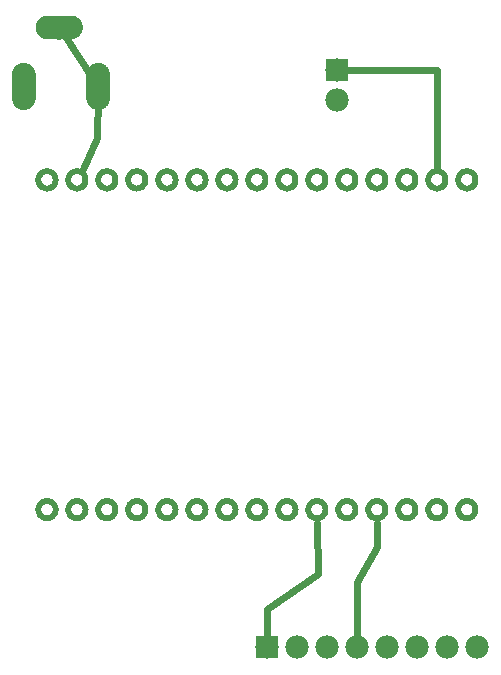
<source format=gtl>
G04 MADE WITH FRITZING*
G04 WWW.FRITZING.ORG*
G04 DOUBLE SIDED*
G04 HOLES PLATED*
G04 CONTOUR ON CENTER OF CONTOUR VECTOR*
%ASAXBY*%
%FSLAX23Y23*%
%MOIN*%
%OFA0B0*%
%SFA1.0B1.0*%
%ADD10C,0.078000*%
%ADD11C,0.078740*%
%ADD12R,0.078000X0.078000*%
%ADD13C,0.024000*%
%ADD14R,0.001000X0.001000*%
%LNCOPPER1*%
G90*
G70*
G54D10*
X1564Y265D03*
X1664Y265D03*
X1764Y265D03*
X1864Y265D03*
X1964Y265D03*
X2064Y265D03*
X2164Y265D03*
X2264Y265D03*
X1797Y2190D03*
X1797Y2090D03*
G54D11*
X753Y2133D03*
X1001Y2133D03*
X871Y2330D03*
X753Y2133D03*
X1001Y2133D03*
X871Y2330D03*
G54D12*
X1564Y265D03*
X1797Y2190D03*
G54D13*
X1562Y393D02*
X1733Y508D01*
D02*
X1733Y508D02*
X1731Y680D01*
D02*
X1863Y482D02*
X1929Y600D01*
D02*
X1864Y295D02*
X1863Y482D01*
D02*
X1929Y600D02*
X1930Y680D01*
D02*
X1564Y295D02*
X1562Y393D01*
D02*
X888Y2304D02*
X984Y2159D01*
D02*
X948Y1860D02*
X997Y1963D01*
D02*
X997Y1963D02*
X1000Y2102D01*
D02*
X2130Y2190D02*
X2130Y1864D01*
D02*
X1827Y2190D02*
X2130Y2190D01*
G54D14*
X827Y2370D02*
X913Y2370D01*
X821Y2369D02*
X918Y2369D01*
X818Y2368D02*
X922Y2368D01*
X815Y2367D02*
X924Y2367D01*
X813Y2366D02*
X927Y2366D01*
X812Y2365D02*
X928Y2365D01*
X810Y2364D02*
X930Y2364D01*
X808Y2363D02*
X932Y2363D01*
X807Y2362D02*
X933Y2362D01*
X806Y2361D02*
X934Y2361D01*
X805Y2360D02*
X935Y2360D01*
X804Y2359D02*
X936Y2359D01*
X803Y2358D02*
X937Y2358D01*
X802Y2357D02*
X938Y2357D01*
X801Y2356D02*
X939Y2356D01*
X800Y2355D02*
X940Y2355D01*
X799Y2354D02*
X941Y2354D01*
X799Y2353D02*
X941Y2353D01*
X798Y2352D02*
X942Y2352D01*
X797Y2351D02*
X943Y2351D01*
X797Y2350D02*
X865Y2350D01*
X875Y2350D02*
X943Y2350D01*
X796Y2349D02*
X862Y2349D01*
X878Y2349D02*
X944Y2349D01*
X796Y2348D02*
X860Y2348D01*
X880Y2348D02*
X944Y2348D01*
X795Y2347D02*
X858Y2347D01*
X882Y2347D02*
X945Y2347D01*
X795Y2346D02*
X857Y2346D01*
X883Y2346D02*
X945Y2346D01*
X794Y2345D02*
X856Y2345D01*
X884Y2345D02*
X946Y2345D01*
X794Y2344D02*
X855Y2344D01*
X885Y2344D02*
X946Y2344D01*
X794Y2343D02*
X854Y2343D01*
X886Y2343D02*
X946Y2343D01*
X793Y2342D02*
X853Y2342D01*
X887Y2342D02*
X947Y2342D01*
X793Y2341D02*
X853Y2341D01*
X887Y2341D02*
X947Y2341D01*
X793Y2340D02*
X852Y2340D01*
X888Y2340D02*
X947Y2340D01*
X793Y2339D02*
X852Y2339D01*
X888Y2339D02*
X947Y2339D01*
X792Y2338D02*
X851Y2338D01*
X889Y2338D02*
X948Y2338D01*
X792Y2337D02*
X851Y2337D01*
X889Y2337D02*
X948Y2337D01*
X792Y2336D02*
X851Y2336D01*
X889Y2336D02*
X948Y2336D01*
X792Y2335D02*
X850Y2335D01*
X890Y2335D02*
X948Y2335D01*
X792Y2334D02*
X850Y2334D01*
X890Y2334D02*
X948Y2334D01*
X792Y2333D02*
X850Y2333D01*
X890Y2333D02*
X948Y2333D01*
X792Y2332D02*
X850Y2332D01*
X890Y2332D02*
X948Y2332D01*
X792Y2331D02*
X850Y2331D01*
X890Y2331D02*
X948Y2331D01*
X792Y2330D02*
X850Y2330D01*
X890Y2330D02*
X948Y2330D01*
X792Y2329D02*
X850Y2329D01*
X890Y2329D02*
X948Y2329D01*
X792Y2328D02*
X850Y2328D01*
X890Y2328D02*
X948Y2328D01*
X792Y2327D02*
X850Y2327D01*
X890Y2327D02*
X948Y2327D01*
X792Y2326D02*
X850Y2326D01*
X889Y2326D02*
X948Y2326D01*
X792Y2325D02*
X851Y2325D01*
X889Y2325D02*
X948Y2325D01*
X792Y2324D02*
X851Y2324D01*
X889Y2324D02*
X948Y2324D01*
X793Y2323D02*
X851Y2323D01*
X888Y2323D02*
X947Y2323D01*
X793Y2322D02*
X852Y2322D01*
X888Y2322D02*
X947Y2322D01*
X793Y2321D02*
X853Y2321D01*
X887Y2321D02*
X947Y2321D01*
X793Y2320D02*
X853Y2320D01*
X887Y2320D02*
X947Y2320D01*
X794Y2319D02*
X854Y2319D01*
X886Y2319D02*
X946Y2319D01*
X794Y2318D02*
X855Y2318D01*
X885Y2318D02*
X946Y2318D01*
X794Y2317D02*
X856Y2317D01*
X884Y2317D02*
X946Y2317D01*
X795Y2316D02*
X857Y2316D01*
X883Y2316D02*
X945Y2316D01*
X795Y2315D02*
X858Y2315D01*
X882Y2315D02*
X945Y2315D01*
X796Y2314D02*
X860Y2314D01*
X880Y2314D02*
X944Y2314D01*
X796Y2313D02*
X861Y2313D01*
X879Y2313D02*
X944Y2313D01*
X797Y2312D02*
X864Y2312D01*
X876Y2312D02*
X943Y2312D01*
X797Y2311D02*
X943Y2311D01*
X798Y2310D02*
X942Y2310D01*
X798Y2309D02*
X942Y2309D01*
X799Y2308D02*
X941Y2308D01*
X800Y2307D02*
X940Y2307D01*
X801Y2306D02*
X939Y2306D01*
X801Y2305D02*
X938Y2305D01*
X802Y2304D02*
X938Y2304D01*
X803Y2303D02*
X937Y2303D01*
X804Y2302D02*
X936Y2302D01*
X806Y2301D02*
X934Y2301D01*
X807Y2300D02*
X933Y2300D01*
X808Y2299D02*
X932Y2299D01*
X809Y2298D02*
X930Y2298D01*
X811Y2297D02*
X929Y2297D01*
X813Y2296D02*
X927Y2296D01*
X815Y2295D02*
X925Y2295D01*
X817Y2294D02*
X922Y2294D01*
X820Y2293D02*
X919Y2293D01*
X825Y2292D02*
X915Y2292D01*
X744Y2212D02*
X759Y2212D01*
X992Y2212D02*
X1007Y2212D01*
X741Y2211D02*
X763Y2211D01*
X989Y2211D02*
X1011Y2211D01*
X738Y2210D02*
X766Y2210D01*
X986Y2210D02*
X1014Y2210D01*
X736Y2209D02*
X768Y2209D01*
X984Y2209D02*
X1016Y2209D01*
X734Y2208D02*
X770Y2208D01*
X982Y2208D02*
X1018Y2208D01*
X732Y2207D02*
X772Y2207D01*
X980Y2207D02*
X1020Y2207D01*
X730Y2206D02*
X773Y2206D01*
X978Y2206D02*
X1021Y2206D01*
X729Y2205D02*
X775Y2205D01*
X977Y2205D02*
X1023Y2205D01*
X728Y2204D02*
X776Y2204D01*
X976Y2204D02*
X1024Y2204D01*
X726Y2203D02*
X777Y2203D01*
X974Y2203D02*
X1025Y2203D01*
X725Y2202D02*
X778Y2202D01*
X973Y2202D02*
X1026Y2202D01*
X724Y2201D02*
X779Y2201D01*
X972Y2201D02*
X1027Y2201D01*
X723Y2200D02*
X780Y2200D01*
X971Y2200D02*
X1028Y2200D01*
X722Y2199D02*
X781Y2199D01*
X970Y2199D02*
X1029Y2199D01*
X722Y2198D02*
X782Y2198D01*
X970Y2198D02*
X1030Y2198D01*
X721Y2197D02*
X783Y2197D01*
X969Y2197D02*
X1031Y2197D01*
X720Y2196D02*
X784Y2196D01*
X968Y2196D02*
X1032Y2196D01*
X719Y2195D02*
X784Y2195D01*
X967Y2195D02*
X1032Y2195D01*
X719Y2194D02*
X785Y2194D01*
X967Y2194D02*
X1033Y2194D01*
X718Y2193D02*
X786Y2193D01*
X966Y2193D02*
X1033Y2193D01*
X718Y2192D02*
X786Y2192D01*
X966Y2192D02*
X1034Y2192D01*
X717Y2191D02*
X787Y2191D01*
X965Y2191D02*
X1035Y2191D01*
X717Y2190D02*
X787Y2190D01*
X965Y2190D02*
X1035Y2190D01*
X716Y2189D02*
X788Y2189D01*
X964Y2189D02*
X1036Y2189D01*
X716Y2188D02*
X788Y2188D01*
X964Y2188D02*
X1036Y2188D01*
X715Y2187D02*
X788Y2187D01*
X963Y2187D02*
X1036Y2187D01*
X715Y2186D02*
X789Y2186D01*
X963Y2186D02*
X1037Y2186D01*
X715Y2185D02*
X789Y2185D01*
X963Y2185D02*
X1037Y2185D01*
X714Y2184D02*
X789Y2184D01*
X962Y2184D02*
X1037Y2184D01*
X714Y2183D02*
X790Y2183D01*
X962Y2183D02*
X1038Y2183D01*
X714Y2182D02*
X790Y2182D01*
X962Y2182D02*
X1038Y2182D01*
X714Y2181D02*
X790Y2181D01*
X962Y2181D02*
X1038Y2181D01*
X714Y2180D02*
X790Y2180D01*
X962Y2180D02*
X1038Y2180D01*
X713Y2179D02*
X790Y2179D01*
X961Y2179D02*
X1038Y2179D01*
X713Y2178D02*
X790Y2178D01*
X961Y2178D02*
X1038Y2178D01*
X713Y2177D02*
X791Y2177D01*
X961Y2177D02*
X1039Y2177D01*
X713Y2176D02*
X791Y2176D01*
X961Y2176D02*
X1039Y2176D01*
X713Y2175D02*
X791Y2175D01*
X961Y2175D02*
X1039Y2175D01*
X713Y2174D02*
X791Y2174D01*
X961Y2174D02*
X1039Y2174D01*
X713Y2173D02*
X791Y2173D01*
X961Y2173D02*
X1039Y2173D01*
X713Y2172D02*
X791Y2172D01*
X961Y2172D02*
X1039Y2172D01*
X713Y2171D02*
X791Y2171D01*
X961Y2171D02*
X1039Y2171D01*
X713Y2170D02*
X791Y2170D01*
X961Y2170D02*
X1039Y2170D01*
X713Y2169D02*
X791Y2169D01*
X961Y2169D02*
X1039Y2169D01*
X713Y2168D02*
X791Y2168D01*
X961Y2168D02*
X1039Y2168D01*
X713Y2167D02*
X791Y2167D01*
X961Y2167D02*
X1039Y2167D01*
X713Y2166D02*
X791Y2166D01*
X961Y2166D02*
X1039Y2166D01*
X713Y2165D02*
X791Y2165D01*
X961Y2165D02*
X1039Y2165D01*
X713Y2164D02*
X791Y2164D01*
X961Y2164D02*
X1039Y2164D01*
X713Y2163D02*
X791Y2163D01*
X961Y2163D02*
X1039Y2163D01*
X713Y2162D02*
X791Y2162D01*
X961Y2162D02*
X1039Y2162D01*
X713Y2161D02*
X791Y2161D01*
X961Y2161D02*
X1039Y2161D01*
X713Y2160D02*
X791Y2160D01*
X961Y2160D02*
X1039Y2160D01*
X713Y2159D02*
X791Y2159D01*
X961Y2159D02*
X1039Y2159D01*
X713Y2158D02*
X791Y2158D01*
X961Y2158D02*
X1039Y2158D01*
X713Y2157D02*
X791Y2157D01*
X961Y2157D02*
X1039Y2157D01*
X713Y2156D02*
X791Y2156D01*
X961Y2156D02*
X1039Y2156D01*
X713Y2155D02*
X791Y2155D01*
X961Y2155D02*
X1039Y2155D01*
X713Y2154D02*
X791Y2154D01*
X961Y2154D02*
X1039Y2154D01*
X713Y2153D02*
X746Y2153D01*
X758Y2153D02*
X791Y2153D01*
X961Y2153D02*
X994Y2153D01*
X1005Y2153D02*
X1039Y2153D01*
X713Y2152D02*
X743Y2152D01*
X760Y2152D02*
X791Y2152D01*
X961Y2152D02*
X991Y2152D01*
X1008Y2152D02*
X1039Y2152D01*
X713Y2151D02*
X742Y2151D01*
X762Y2151D02*
X791Y2151D01*
X961Y2151D02*
X989Y2151D01*
X1010Y2151D02*
X1039Y2151D01*
X713Y2150D02*
X740Y2150D01*
X764Y2150D02*
X791Y2150D01*
X961Y2150D02*
X988Y2150D01*
X1012Y2150D02*
X1039Y2150D01*
X713Y2149D02*
X739Y2149D01*
X765Y2149D02*
X791Y2149D01*
X961Y2149D02*
X987Y2149D01*
X1013Y2149D02*
X1039Y2149D01*
X713Y2148D02*
X738Y2148D01*
X766Y2148D02*
X791Y2148D01*
X961Y2148D02*
X985Y2148D01*
X1014Y2148D02*
X1039Y2148D01*
X713Y2147D02*
X737Y2147D01*
X767Y2147D02*
X791Y2147D01*
X961Y2147D02*
X985Y2147D01*
X1015Y2147D02*
X1039Y2147D01*
X713Y2146D02*
X736Y2146D01*
X768Y2146D02*
X791Y2146D01*
X961Y2146D02*
X984Y2146D01*
X1016Y2146D02*
X1039Y2146D01*
X713Y2145D02*
X735Y2145D01*
X769Y2145D02*
X791Y2145D01*
X961Y2145D02*
X983Y2145D01*
X1017Y2145D02*
X1039Y2145D01*
X713Y2144D02*
X734Y2144D01*
X769Y2144D02*
X791Y2144D01*
X961Y2144D02*
X982Y2144D01*
X1017Y2144D02*
X1039Y2144D01*
X713Y2143D02*
X734Y2143D01*
X770Y2143D02*
X791Y2143D01*
X961Y2143D02*
X982Y2143D01*
X1018Y2143D02*
X1039Y2143D01*
X713Y2142D02*
X733Y2142D01*
X770Y2142D02*
X791Y2142D01*
X961Y2142D02*
X981Y2142D01*
X1018Y2142D02*
X1039Y2142D01*
X713Y2141D02*
X733Y2141D01*
X771Y2141D02*
X791Y2141D01*
X961Y2141D02*
X981Y2141D01*
X1019Y2141D02*
X1039Y2141D01*
X713Y2140D02*
X733Y2140D01*
X771Y2140D02*
X791Y2140D01*
X961Y2140D02*
X981Y2140D01*
X1019Y2140D02*
X1039Y2140D01*
X713Y2139D02*
X732Y2139D01*
X771Y2139D02*
X791Y2139D01*
X961Y2139D02*
X980Y2139D01*
X1019Y2139D02*
X1039Y2139D01*
X713Y2138D02*
X732Y2138D01*
X772Y2138D02*
X791Y2138D01*
X961Y2138D02*
X980Y2138D01*
X1020Y2138D02*
X1039Y2138D01*
X713Y2137D02*
X732Y2137D01*
X772Y2137D02*
X791Y2137D01*
X961Y2137D02*
X980Y2137D01*
X1020Y2137D02*
X1039Y2137D01*
X713Y2136D02*
X732Y2136D01*
X772Y2136D02*
X791Y2136D01*
X961Y2136D02*
X980Y2136D01*
X1020Y2136D02*
X1039Y2136D01*
X713Y2135D02*
X732Y2135D01*
X772Y2135D02*
X791Y2135D01*
X961Y2135D02*
X980Y2135D01*
X1020Y2135D02*
X1039Y2135D01*
X713Y2134D02*
X732Y2134D01*
X772Y2134D02*
X791Y2134D01*
X961Y2134D02*
X980Y2134D01*
X1020Y2134D02*
X1039Y2134D01*
X713Y2133D02*
X732Y2133D01*
X772Y2133D02*
X791Y2133D01*
X961Y2133D02*
X980Y2133D01*
X1020Y2133D02*
X1039Y2133D01*
X713Y2132D02*
X732Y2132D01*
X772Y2132D02*
X791Y2132D01*
X961Y2132D02*
X980Y2132D01*
X1020Y2132D02*
X1039Y2132D01*
X713Y2131D02*
X732Y2131D01*
X772Y2131D02*
X791Y2131D01*
X961Y2131D02*
X980Y2131D01*
X1020Y2131D02*
X1039Y2131D01*
X713Y2130D02*
X732Y2130D01*
X772Y2130D02*
X791Y2130D01*
X961Y2130D02*
X980Y2130D01*
X1020Y2130D02*
X1039Y2130D01*
X713Y2129D02*
X732Y2129D01*
X771Y2129D02*
X791Y2129D01*
X961Y2129D02*
X980Y2129D01*
X1019Y2129D02*
X1039Y2129D01*
X713Y2128D02*
X733Y2128D01*
X771Y2128D02*
X791Y2128D01*
X961Y2128D02*
X981Y2128D01*
X1019Y2128D02*
X1039Y2128D01*
X713Y2127D02*
X733Y2127D01*
X771Y2127D02*
X791Y2127D01*
X961Y2127D02*
X981Y2127D01*
X1019Y2127D02*
X1039Y2127D01*
X713Y2126D02*
X733Y2126D01*
X770Y2126D02*
X791Y2126D01*
X961Y2126D02*
X981Y2126D01*
X1018Y2126D02*
X1039Y2126D01*
X713Y2125D02*
X734Y2125D01*
X770Y2125D02*
X791Y2125D01*
X961Y2125D02*
X982Y2125D01*
X1018Y2125D02*
X1039Y2125D01*
X713Y2124D02*
X735Y2124D01*
X769Y2124D02*
X791Y2124D01*
X961Y2124D02*
X983Y2124D01*
X1017Y2124D02*
X1039Y2124D01*
X713Y2123D02*
X735Y2123D01*
X769Y2123D02*
X791Y2123D01*
X961Y2123D02*
X983Y2123D01*
X1017Y2123D02*
X1039Y2123D01*
X713Y2122D02*
X736Y2122D01*
X768Y2122D02*
X791Y2122D01*
X961Y2122D02*
X984Y2122D01*
X1016Y2122D02*
X1039Y2122D01*
X713Y2121D02*
X737Y2121D01*
X767Y2121D02*
X791Y2121D01*
X961Y2121D02*
X985Y2121D01*
X1015Y2121D02*
X1039Y2121D01*
X713Y2120D02*
X738Y2120D01*
X766Y2120D02*
X791Y2120D01*
X961Y2120D02*
X986Y2120D01*
X1014Y2120D02*
X1039Y2120D01*
X713Y2119D02*
X739Y2119D01*
X765Y2119D02*
X791Y2119D01*
X961Y2119D02*
X987Y2119D01*
X1013Y2119D02*
X1039Y2119D01*
X713Y2118D02*
X740Y2118D01*
X764Y2118D02*
X791Y2118D01*
X961Y2118D02*
X988Y2118D01*
X1012Y2118D02*
X1039Y2118D01*
X713Y2117D02*
X742Y2117D01*
X762Y2117D02*
X791Y2117D01*
X961Y2117D02*
X990Y2117D01*
X1010Y2117D02*
X1039Y2117D01*
X713Y2116D02*
X744Y2116D01*
X760Y2116D02*
X791Y2116D01*
X961Y2116D02*
X992Y2116D01*
X1008Y2116D02*
X1039Y2116D01*
X713Y2115D02*
X747Y2115D01*
X757Y2115D02*
X791Y2115D01*
X961Y2115D02*
X995Y2115D01*
X1005Y2115D02*
X1039Y2115D01*
X713Y2114D02*
X791Y2114D01*
X961Y2114D02*
X1039Y2114D01*
X713Y2113D02*
X791Y2113D01*
X961Y2113D02*
X1039Y2113D01*
X713Y2112D02*
X791Y2112D01*
X961Y2112D02*
X1039Y2112D01*
X713Y2111D02*
X791Y2111D01*
X961Y2111D02*
X1039Y2111D01*
X713Y2110D02*
X791Y2110D01*
X961Y2110D02*
X1039Y2110D01*
X713Y2109D02*
X791Y2109D01*
X961Y2109D02*
X1039Y2109D01*
X713Y2108D02*
X791Y2108D01*
X961Y2108D02*
X1039Y2108D01*
X713Y2107D02*
X791Y2107D01*
X961Y2107D02*
X1039Y2107D01*
X713Y2106D02*
X791Y2106D01*
X961Y2106D02*
X1039Y2106D01*
X713Y2105D02*
X791Y2105D01*
X961Y2105D02*
X1039Y2105D01*
X713Y2104D02*
X791Y2104D01*
X961Y2104D02*
X1039Y2104D01*
X713Y2103D02*
X791Y2103D01*
X961Y2103D02*
X1039Y2103D01*
X713Y2102D02*
X791Y2102D01*
X961Y2102D02*
X1039Y2102D01*
X713Y2101D02*
X791Y2101D01*
X961Y2101D02*
X1039Y2101D01*
X713Y2100D02*
X791Y2100D01*
X961Y2100D02*
X1039Y2100D01*
X713Y2099D02*
X791Y2099D01*
X961Y2099D02*
X1039Y2099D01*
X713Y2098D02*
X791Y2098D01*
X961Y2098D02*
X1039Y2098D01*
X713Y2097D02*
X791Y2097D01*
X961Y2097D02*
X1039Y2097D01*
X713Y2096D02*
X791Y2096D01*
X961Y2096D02*
X1039Y2096D01*
X713Y2095D02*
X791Y2095D01*
X961Y2095D02*
X1039Y2095D01*
X713Y2094D02*
X791Y2094D01*
X961Y2094D02*
X1039Y2094D01*
X713Y2093D02*
X791Y2093D01*
X961Y2093D02*
X1039Y2093D01*
X713Y2092D02*
X791Y2092D01*
X961Y2092D02*
X1039Y2092D01*
X713Y2091D02*
X791Y2091D01*
X961Y2091D02*
X1039Y2091D01*
X713Y2090D02*
X790Y2090D01*
X961Y2090D02*
X1038Y2090D01*
X713Y2089D02*
X790Y2089D01*
X961Y2089D02*
X1038Y2089D01*
X714Y2088D02*
X790Y2088D01*
X962Y2088D02*
X1038Y2088D01*
X714Y2087D02*
X790Y2087D01*
X962Y2087D02*
X1038Y2087D01*
X714Y2086D02*
X790Y2086D01*
X962Y2086D02*
X1038Y2086D01*
X714Y2085D02*
X789Y2085D01*
X962Y2085D02*
X1037Y2085D01*
X715Y2084D02*
X789Y2084D01*
X963Y2084D02*
X1037Y2084D01*
X715Y2083D02*
X789Y2083D01*
X963Y2083D02*
X1037Y2083D01*
X715Y2082D02*
X789Y2082D01*
X963Y2082D02*
X1037Y2082D01*
X716Y2081D02*
X788Y2081D01*
X964Y2081D02*
X1036Y2081D01*
X716Y2080D02*
X788Y2080D01*
X964Y2080D02*
X1036Y2080D01*
X716Y2079D02*
X787Y2079D01*
X964Y2079D02*
X1035Y2079D01*
X717Y2078D02*
X787Y2078D01*
X965Y2078D02*
X1035Y2078D01*
X717Y2077D02*
X787Y2077D01*
X965Y2077D02*
X1034Y2077D01*
X718Y2076D02*
X786Y2076D01*
X966Y2076D02*
X1034Y2076D01*
X718Y2075D02*
X785Y2075D01*
X966Y2075D02*
X1033Y2075D01*
X719Y2074D02*
X785Y2074D01*
X967Y2074D02*
X1033Y2074D01*
X720Y2073D02*
X784Y2073D01*
X968Y2073D02*
X1032Y2073D01*
X720Y2072D02*
X783Y2072D01*
X968Y2072D02*
X1031Y2072D01*
X721Y2071D02*
X783Y2071D01*
X969Y2071D02*
X1031Y2071D01*
X722Y2070D02*
X782Y2070D01*
X970Y2070D02*
X1030Y2070D01*
X723Y2069D02*
X781Y2069D01*
X971Y2069D02*
X1029Y2069D01*
X724Y2068D02*
X780Y2068D01*
X972Y2068D02*
X1028Y2068D01*
X724Y2067D02*
X779Y2067D01*
X972Y2067D02*
X1027Y2067D01*
X726Y2066D02*
X778Y2066D01*
X974Y2066D02*
X1026Y2066D01*
X727Y2065D02*
X777Y2065D01*
X975Y2065D02*
X1025Y2065D01*
X728Y2064D02*
X776Y2064D01*
X976Y2064D02*
X1024Y2064D01*
X729Y2063D02*
X775Y2063D01*
X977Y2063D02*
X1023Y2063D01*
X731Y2062D02*
X773Y2062D01*
X978Y2062D02*
X1021Y2062D01*
X732Y2061D02*
X772Y2061D01*
X980Y2061D02*
X1020Y2061D01*
X734Y2060D02*
X770Y2060D01*
X982Y2060D02*
X1018Y2060D01*
X736Y2059D02*
X768Y2059D01*
X984Y2059D02*
X1016Y2059D01*
X738Y2058D02*
X765Y2058D01*
X986Y2058D02*
X1013Y2058D01*
X741Y2057D02*
X763Y2057D01*
X989Y2057D02*
X1011Y2057D01*
X745Y2056D02*
X758Y2056D01*
X993Y2056D02*
X1006Y2056D01*
X823Y1861D02*
X835Y1861D01*
X923Y1861D02*
X935Y1861D01*
X1023Y1861D02*
X1035Y1861D01*
X1123Y1861D02*
X1135Y1861D01*
X1223Y1861D02*
X1235Y1861D01*
X1323Y1861D02*
X1335Y1861D01*
X1423Y1861D02*
X1435Y1861D01*
X1523Y1861D02*
X1535Y1861D01*
X1623Y1861D02*
X1635Y1861D01*
X1723Y1861D02*
X1735Y1861D01*
X1823Y1861D02*
X1835Y1861D01*
X1923Y1861D02*
X1935Y1861D01*
X2023Y1861D02*
X2035Y1861D01*
X2123Y1861D02*
X2135Y1861D01*
X2223Y1861D02*
X2235Y1861D01*
X819Y1860D02*
X839Y1860D01*
X919Y1860D02*
X939Y1860D01*
X1019Y1860D02*
X1039Y1860D01*
X1119Y1860D02*
X1139Y1860D01*
X1219Y1860D02*
X1239Y1860D01*
X1319Y1860D02*
X1339Y1860D01*
X1419Y1860D02*
X1439Y1860D01*
X1519Y1860D02*
X1539Y1860D01*
X1619Y1860D02*
X1639Y1860D01*
X1719Y1860D02*
X1739Y1860D01*
X1819Y1860D02*
X1839Y1860D01*
X1919Y1860D02*
X1939Y1860D01*
X2019Y1860D02*
X2039Y1860D01*
X2119Y1860D02*
X2139Y1860D01*
X2219Y1860D02*
X2239Y1860D01*
X816Y1859D02*
X842Y1859D01*
X916Y1859D02*
X942Y1859D01*
X1016Y1859D02*
X1042Y1859D01*
X1116Y1859D02*
X1142Y1859D01*
X1216Y1859D02*
X1242Y1859D01*
X1316Y1859D02*
X1342Y1859D01*
X1416Y1859D02*
X1442Y1859D01*
X1516Y1859D02*
X1542Y1859D01*
X1616Y1859D02*
X1642Y1859D01*
X1716Y1859D02*
X1742Y1859D01*
X1816Y1859D02*
X1842Y1859D01*
X1916Y1859D02*
X1942Y1859D01*
X2016Y1859D02*
X2042Y1859D01*
X2116Y1859D02*
X2142Y1859D01*
X2216Y1859D02*
X2242Y1859D01*
X814Y1858D02*
X845Y1858D01*
X914Y1858D02*
X945Y1858D01*
X1014Y1858D02*
X1044Y1858D01*
X1113Y1858D02*
X1144Y1858D01*
X1214Y1858D02*
X1245Y1858D01*
X1314Y1858D02*
X1345Y1858D01*
X1414Y1858D02*
X1445Y1858D01*
X1514Y1858D02*
X1545Y1858D01*
X1614Y1858D02*
X1645Y1858D01*
X1714Y1858D02*
X1745Y1858D01*
X1814Y1858D02*
X1844Y1858D01*
X1914Y1858D02*
X1944Y1858D01*
X2014Y1858D02*
X2044Y1858D01*
X2114Y1858D02*
X2144Y1858D01*
X2214Y1858D02*
X2244Y1858D01*
X812Y1857D02*
X847Y1857D01*
X912Y1857D02*
X947Y1857D01*
X1011Y1857D02*
X1046Y1857D01*
X1111Y1857D02*
X1146Y1857D01*
X1212Y1857D02*
X1247Y1857D01*
X1312Y1857D02*
X1347Y1857D01*
X1412Y1857D02*
X1447Y1857D01*
X1512Y1857D02*
X1547Y1857D01*
X1612Y1857D02*
X1647Y1857D01*
X1712Y1857D02*
X1747Y1857D01*
X1812Y1857D02*
X1847Y1857D01*
X1912Y1857D02*
X1947Y1857D01*
X2011Y1857D02*
X2047Y1857D01*
X2111Y1857D02*
X2147Y1857D01*
X2211Y1857D02*
X2246Y1857D01*
X810Y1856D02*
X849Y1856D01*
X910Y1856D02*
X948Y1856D01*
X1010Y1856D02*
X1048Y1856D01*
X1109Y1856D02*
X1148Y1856D01*
X1210Y1856D02*
X1249Y1856D01*
X1310Y1856D02*
X1349Y1856D01*
X1410Y1856D02*
X1448Y1856D01*
X1510Y1856D02*
X1548Y1856D01*
X1610Y1856D02*
X1648Y1856D01*
X1710Y1856D02*
X1748Y1856D01*
X1810Y1856D02*
X1848Y1856D01*
X1910Y1856D02*
X1948Y1856D01*
X2010Y1856D02*
X2048Y1856D01*
X2110Y1856D02*
X2148Y1856D01*
X2210Y1856D02*
X2248Y1856D01*
X808Y1855D02*
X850Y1855D01*
X908Y1855D02*
X950Y1855D01*
X1008Y1855D02*
X1050Y1855D01*
X1108Y1855D02*
X1150Y1855D01*
X1208Y1855D02*
X1250Y1855D01*
X1308Y1855D02*
X1350Y1855D01*
X1408Y1855D02*
X1450Y1855D01*
X1508Y1855D02*
X1550Y1855D01*
X1608Y1855D02*
X1650Y1855D01*
X1708Y1855D02*
X1750Y1855D01*
X1808Y1855D02*
X1850Y1855D01*
X1908Y1855D02*
X1950Y1855D01*
X2008Y1855D02*
X2050Y1855D01*
X2108Y1855D02*
X2150Y1855D01*
X2208Y1855D02*
X2250Y1855D01*
X807Y1854D02*
X852Y1854D01*
X907Y1854D02*
X952Y1854D01*
X1006Y1854D02*
X1051Y1854D01*
X1106Y1854D02*
X1151Y1854D01*
X1207Y1854D02*
X1252Y1854D01*
X1307Y1854D02*
X1352Y1854D01*
X1407Y1854D02*
X1452Y1854D01*
X1507Y1854D02*
X1552Y1854D01*
X1607Y1854D02*
X1652Y1854D01*
X1707Y1854D02*
X1752Y1854D01*
X1807Y1854D02*
X1852Y1854D01*
X1907Y1854D02*
X1952Y1854D01*
X2007Y1854D02*
X2051Y1854D01*
X2107Y1854D02*
X2151Y1854D01*
X2207Y1854D02*
X2251Y1854D01*
X805Y1853D02*
X853Y1853D01*
X905Y1853D02*
X953Y1853D01*
X1005Y1853D02*
X1053Y1853D01*
X1105Y1853D02*
X1153Y1853D01*
X1205Y1853D02*
X1253Y1853D01*
X1305Y1853D02*
X1353Y1853D01*
X1405Y1853D02*
X1453Y1853D01*
X1505Y1853D02*
X1553Y1853D01*
X1605Y1853D02*
X1653Y1853D01*
X1705Y1853D02*
X1753Y1853D01*
X1805Y1853D02*
X1853Y1853D01*
X1905Y1853D02*
X1953Y1853D01*
X2005Y1853D02*
X2053Y1853D01*
X2105Y1853D02*
X2153Y1853D01*
X2205Y1853D02*
X2253Y1853D01*
X804Y1852D02*
X854Y1852D01*
X904Y1852D02*
X954Y1852D01*
X1004Y1852D02*
X1054Y1852D01*
X1104Y1852D02*
X1154Y1852D01*
X1204Y1852D02*
X1254Y1852D01*
X1304Y1852D02*
X1354Y1852D01*
X1404Y1852D02*
X1454Y1852D01*
X1504Y1852D02*
X1554Y1852D01*
X1604Y1852D02*
X1654Y1852D01*
X1704Y1852D02*
X1754Y1852D01*
X1804Y1852D02*
X1854Y1852D01*
X1904Y1852D02*
X1954Y1852D01*
X2004Y1852D02*
X2054Y1852D01*
X2104Y1852D02*
X2154Y1852D01*
X2204Y1852D02*
X2254Y1852D01*
X803Y1851D02*
X855Y1851D01*
X903Y1851D02*
X955Y1851D01*
X1003Y1851D02*
X1055Y1851D01*
X1103Y1851D02*
X1155Y1851D01*
X1203Y1851D02*
X1255Y1851D01*
X1303Y1851D02*
X1355Y1851D01*
X1403Y1851D02*
X1455Y1851D01*
X1503Y1851D02*
X1555Y1851D01*
X1603Y1851D02*
X1655Y1851D01*
X1703Y1851D02*
X1755Y1851D01*
X1803Y1851D02*
X1855Y1851D01*
X1903Y1851D02*
X1955Y1851D01*
X2003Y1851D02*
X2055Y1851D01*
X2103Y1851D02*
X2155Y1851D01*
X2203Y1851D02*
X2255Y1851D01*
X802Y1850D02*
X857Y1850D01*
X902Y1850D02*
X956Y1850D01*
X1002Y1850D02*
X1056Y1850D01*
X1102Y1850D02*
X1156Y1850D01*
X1202Y1850D02*
X1256Y1850D01*
X1302Y1850D02*
X1356Y1850D01*
X1402Y1850D02*
X1456Y1850D01*
X1502Y1850D02*
X1556Y1850D01*
X1602Y1850D02*
X1656Y1850D01*
X1702Y1850D02*
X1756Y1850D01*
X1802Y1850D02*
X1856Y1850D01*
X1902Y1850D02*
X1956Y1850D01*
X2002Y1850D02*
X2056Y1850D01*
X2102Y1850D02*
X2156Y1850D01*
X2202Y1850D02*
X2256Y1850D01*
X801Y1849D02*
X857Y1849D01*
X901Y1849D02*
X957Y1849D01*
X1001Y1849D02*
X1057Y1849D01*
X1101Y1849D02*
X1157Y1849D01*
X1201Y1849D02*
X1257Y1849D01*
X1301Y1849D02*
X1357Y1849D01*
X1401Y1849D02*
X1457Y1849D01*
X1501Y1849D02*
X1557Y1849D01*
X1601Y1849D02*
X1657Y1849D01*
X1701Y1849D02*
X1757Y1849D01*
X1801Y1849D02*
X1857Y1849D01*
X1901Y1849D02*
X1957Y1849D01*
X2001Y1849D02*
X2057Y1849D01*
X2101Y1849D02*
X2157Y1849D01*
X2201Y1849D02*
X2257Y1849D01*
X800Y1848D02*
X858Y1848D01*
X900Y1848D02*
X958Y1848D01*
X1000Y1848D02*
X1058Y1848D01*
X1100Y1848D02*
X1158Y1848D01*
X1200Y1848D02*
X1258Y1848D01*
X1300Y1848D02*
X1358Y1848D01*
X1400Y1848D02*
X1458Y1848D01*
X1500Y1848D02*
X1558Y1848D01*
X1600Y1848D02*
X1658Y1848D01*
X1700Y1848D02*
X1758Y1848D01*
X1800Y1848D02*
X1858Y1848D01*
X1900Y1848D02*
X1958Y1848D01*
X2000Y1848D02*
X2058Y1848D01*
X2100Y1848D02*
X2158Y1848D01*
X2200Y1848D02*
X2258Y1848D01*
X799Y1847D02*
X859Y1847D01*
X899Y1847D02*
X959Y1847D01*
X999Y1847D02*
X1059Y1847D01*
X1099Y1847D02*
X1159Y1847D01*
X1199Y1847D02*
X1259Y1847D01*
X1299Y1847D02*
X1359Y1847D01*
X1399Y1847D02*
X1459Y1847D01*
X1499Y1847D02*
X1559Y1847D01*
X1599Y1847D02*
X1659Y1847D01*
X1699Y1847D02*
X1759Y1847D01*
X1799Y1847D02*
X1859Y1847D01*
X1899Y1847D02*
X1959Y1847D01*
X1999Y1847D02*
X2059Y1847D01*
X2099Y1847D02*
X2159Y1847D01*
X2199Y1847D02*
X2259Y1847D01*
X799Y1846D02*
X860Y1846D01*
X899Y1846D02*
X960Y1846D01*
X998Y1846D02*
X1060Y1846D01*
X1098Y1846D02*
X1159Y1846D01*
X1199Y1846D02*
X1260Y1846D01*
X1299Y1846D02*
X1360Y1846D01*
X1399Y1846D02*
X1460Y1846D01*
X1499Y1846D02*
X1560Y1846D01*
X1599Y1846D02*
X1660Y1846D01*
X1699Y1846D02*
X1760Y1846D01*
X1799Y1846D02*
X1860Y1846D01*
X1898Y1846D02*
X1960Y1846D01*
X1998Y1846D02*
X2060Y1846D01*
X2098Y1846D02*
X2160Y1846D01*
X2198Y1846D02*
X2260Y1846D01*
X798Y1845D02*
X861Y1845D01*
X898Y1845D02*
X960Y1845D01*
X998Y1845D02*
X1060Y1845D01*
X1097Y1845D02*
X1160Y1845D01*
X1198Y1845D02*
X1261Y1845D01*
X1298Y1845D02*
X1360Y1845D01*
X1398Y1845D02*
X1460Y1845D01*
X1498Y1845D02*
X1560Y1845D01*
X1598Y1845D02*
X1660Y1845D01*
X1698Y1845D02*
X1760Y1845D01*
X1798Y1845D02*
X1860Y1845D01*
X1898Y1845D02*
X1960Y1845D01*
X1998Y1845D02*
X2060Y1845D01*
X2098Y1845D02*
X2160Y1845D01*
X2198Y1845D02*
X2260Y1845D01*
X797Y1844D02*
X861Y1844D01*
X897Y1844D02*
X961Y1844D01*
X997Y1844D02*
X1061Y1844D01*
X1097Y1844D02*
X1161Y1844D01*
X1197Y1844D02*
X1261Y1844D01*
X1297Y1844D02*
X1361Y1844D01*
X1397Y1844D02*
X1461Y1844D01*
X1497Y1844D02*
X1561Y1844D01*
X1597Y1844D02*
X1661Y1844D01*
X1697Y1844D02*
X1761Y1844D01*
X1797Y1844D02*
X1861Y1844D01*
X1897Y1844D02*
X1961Y1844D01*
X1997Y1844D02*
X2061Y1844D01*
X2097Y1844D02*
X2161Y1844D01*
X2197Y1844D02*
X2261Y1844D01*
X797Y1843D02*
X862Y1843D01*
X897Y1843D02*
X962Y1843D01*
X996Y1843D02*
X1061Y1843D01*
X1096Y1843D02*
X1161Y1843D01*
X1197Y1843D02*
X1262Y1843D01*
X1297Y1843D02*
X1362Y1843D01*
X1397Y1843D02*
X1462Y1843D01*
X1497Y1843D02*
X1562Y1843D01*
X1597Y1843D02*
X1662Y1843D01*
X1697Y1843D02*
X1762Y1843D01*
X1797Y1843D02*
X1862Y1843D01*
X1897Y1843D02*
X1962Y1843D01*
X1996Y1843D02*
X2062Y1843D01*
X2096Y1843D02*
X2162Y1843D01*
X2196Y1843D02*
X2261Y1843D01*
X796Y1842D02*
X862Y1842D01*
X896Y1842D02*
X962Y1842D01*
X996Y1842D02*
X1062Y1842D01*
X1096Y1842D02*
X1162Y1842D01*
X1196Y1842D02*
X1262Y1842D01*
X1296Y1842D02*
X1362Y1842D01*
X1396Y1842D02*
X1462Y1842D01*
X1496Y1842D02*
X1562Y1842D01*
X1596Y1842D02*
X1662Y1842D01*
X1696Y1842D02*
X1762Y1842D01*
X1796Y1842D02*
X1862Y1842D01*
X1896Y1842D02*
X1962Y1842D01*
X1996Y1842D02*
X2062Y1842D01*
X2096Y1842D02*
X2162Y1842D01*
X2196Y1842D02*
X2262Y1842D01*
X796Y1841D02*
X823Y1841D01*
X835Y1841D02*
X863Y1841D01*
X895Y1841D02*
X923Y1841D01*
X935Y1841D02*
X963Y1841D01*
X995Y1841D02*
X1023Y1841D01*
X1035Y1841D02*
X1063Y1841D01*
X1095Y1841D02*
X1123Y1841D01*
X1135Y1841D02*
X1162Y1841D01*
X1196Y1841D02*
X1223Y1841D01*
X1235Y1841D02*
X1263Y1841D01*
X1296Y1841D02*
X1323Y1841D01*
X1335Y1841D02*
X1363Y1841D01*
X1396Y1841D02*
X1423Y1841D01*
X1435Y1841D02*
X1463Y1841D01*
X1495Y1841D02*
X1523Y1841D01*
X1535Y1841D02*
X1563Y1841D01*
X1595Y1841D02*
X1623Y1841D01*
X1635Y1841D02*
X1663Y1841D01*
X1695Y1841D02*
X1723Y1841D01*
X1735Y1841D02*
X1763Y1841D01*
X1795Y1841D02*
X1823Y1841D01*
X1835Y1841D02*
X1863Y1841D01*
X1895Y1841D02*
X1923Y1841D01*
X1935Y1841D02*
X1963Y1841D01*
X1995Y1841D02*
X2023Y1841D01*
X2035Y1841D02*
X2063Y1841D01*
X2095Y1841D02*
X2123Y1841D01*
X2135Y1841D02*
X2163Y1841D01*
X2195Y1841D02*
X2223Y1841D01*
X2235Y1841D02*
X2263Y1841D01*
X795Y1840D02*
X821Y1840D01*
X838Y1840D02*
X863Y1840D01*
X895Y1840D02*
X921Y1840D01*
X938Y1840D02*
X963Y1840D01*
X995Y1840D02*
X1020Y1840D01*
X1038Y1840D02*
X1063Y1840D01*
X1095Y1840D02*
X1120Y1840D01*
X1137Y1840D02*
X1163Y1840D01*
X1195Y1840D02*
X1221Y1840D01*
X1238Y1840D02*
X1263Y1840D01*
X1295Y1840D02*
X1321Y1840D01*
X1338Y1840D02*
X1363Y1840D01*
X1395Y1840D02*
X1421Y1840D01*
X1438Y1840D02*
X1463Y1840D01*
X1495Y1840D02*
X1521Y1840D01*
X1538Y1840D02*
X1563Y1840D01*
X1595Y1840D02*
X1621Y1840D01*
X1638Y1840D02*
X1663Y1840D01*
X1695Y1840D02*
X1720Y1840D01*
X1738Y1840D02*
X1763Y1840D01*
X1795Y1840D02*
X1820Y1840D01*
X1838Y1840D02*
X1863Y1840D01*
X1895Y1840D02*
X1920Y1840D01*
X1938Y1840D02*
X1963Y1840D01*
X1995Y1840D02*
X2020Y1840D01*
X2038Y1840D02*
X2063Y1840D01*
X2095Y1840D02*
X2120Y1840D01*
X2138Y1840D02*
X2163Y1840D01*
X2195Y1840D02*
X2220Y1840D01*
X2238Y1840D02*
X2263Y1840D01*
X795Y1839D02*
X819Y1839D01*
X840Y1839D02*
X864Y1839D01*
X895Y1839D02*
X919Y1839D01*
X940Y1839D02*
X964Y1839D01*
X994Y1839D02*
X1019Y1839D01*
X1039Y1839D02*
X1064Y1839D01*
X1094Y1839D02*
X1118Y1839D01*
X1139Y1839D02*
X1163Y1839D01*
X1195Y1839D02*
X1219Y1839D01*
X1240Y1839D02*
X1264Y1839D01*
X1295Y1839D02*
X1319Y1839D01*
X1340Y1839D02*
X1364Y1839D01*
X1395Y1839D02*
X1419Y1839D01*
X1440Y1839D02*
X1464Y1839D01*
X1495Y1839D02*
X1519Y1839D01*
X1540Y1839D02*
X1564Y1839D01*
X1595Y1839D02*
X1619Y1839D01*
X1639Y1839D02*
X1664Y1839D01*
X1694Y1839D02*
X1719Y1839D01*
X1739Y1839D02*
X1764Y1839D01*
X1794Y1839D02*
X1819Y1839D01*
X1839Y1839D02*
X1864Y1839D01*
X1894Y1839D02*
X1919Y1839D01*
X1939Y1839D02*
X1964Y1839D01*
X1994Y1839D02*
X2019Y1839D01*
X2039Y1839D02*
X2064Y1839D01*
X2094Y1839D02*
X2119Y1839D01*
X2139Y1839D02*
X2164Y1839D01*
X2194Y1839D02*
X2219Y1839D01*
X2239Y1839D02*
X2264Y1839D01*
X794Y1838D02*
X818Y1838D01*
X841Y1838D02*
X864Y1838D01*
X894Y1838D02*
X917Y1838D01*
X941Y1838D02*
X964Y1838D01*
X994Y1838D02*
X1017Y1838D01*
X1041Y1838D02*
X1064Y1838D01*
X1094Y1838D02*
X1117Y1838D01*
X1141Y1838D02*
X1164Y1838D01*
X1194Y1838D02*
X1217Y1838D01*
X1241Y1838D02*
X1264Y1838D01*
X1294Y1838D02*
X1317Y1838D01*
X1341Y1838D02*
X1364Y1838D01*
X1394Y1838D02*
X1417Y1838D01*
X1441Y1838D02*
X1464Y1838D01*
X1494Y1838D02*
X1517Y1838D01*
X1541Y1838D02*
X1564Y1838D01*
X1594Y1838D02*
X1617Y1838D01*
X1641Y1838D02*
X1664Y1838D01*
X1694Y1838D02*
X1717Y1838D01*
X1741Y1838D02*
X1764Y1838D01*
X1794Y1838D02*
X1817Y1838D01*
X1841Y1838D02*
X1864Y1838D01*
X1894Y1838D02*
X1917Y1838D01*
X1941Y1838D02*
X1964Y1838D01*
X1994Y1838D02*
X2017Y1838D01*
X2041Y1838D02*
X2064Y1838D01*
X2094Y1838D02*
X2117Y1838D01*
X2141Y1838D02*
X2164Y1838D01*
X2194Y1838D02*
X2217Y1838D01*
X2241Y1838D02*
X2264Y1838D01*
X794Y1837D02*
X816Y1837D01*
X842Y1837D02*
X865Y1837D01*
X894Y1837D02*
X916Y1837D01*
X942Y1837D02*
X965Y1837D01*
X993Y1837D02*
X1016Y1837D01*
X1042Y1837D02*
X1064Y1837D01*
X1093Y1837D02*
X1116Y1837D01*
X1142Y1837D02*
X1164Y1837D01*
X1194Y1837D02*
X1216Y1837D01*
X1242Y1837D02*
X1265Y1837D01*
X1294Y1837D02*
X1316Y1837D01*
X1342Y1837D02*
X1365Y1837D01*
X1394Y1837D02*
X1416Y1837D01*
X1442Y1837D02*
X1465Y1837D01*
X1494Y1837D02*
X1516Y1837D01*
X1542Y1837D02*
X1565Y1837D01*
X1594Y1837D02*
X1616Y1837D01*
X1642Y1837D02*
X1665Y1837D01*
X1694Y1837D02*
X1716Y1837D01*
X1742Y1837D02*
X1765Y1837D01*
X1794Y1837D02*
X1816Y1837D01*
X1842Y1837D02*
X1865Y1837D01*
X1894Y1837D02*
X1916Y1837D01*
X1942Y1837D02*
X1965Y1837D01*
X1994Y1837D02*
X2016Y1837D01*
X2042Y1837D02*
X2065Y1837D01*
X2094Y1837D02*
X2116Y1837D01*
X2142Y1837D02*
X2164Y1837D01*
X2193Y1837D02*
X2216Y1837D01*
X2242Y1837D02*
X2264Y1837D01*
X793Y1836D02*
X815Y1836D01*
X843Y1836D02*
X865Y1836D01*
X893Y1836D02*
X915Y1836D01*
X943Y1836D02*
X965Y1836D01*
X993Y1836D02*
X1015Y1836D01*
X1043Y1836D02*
X1065Y1836D01*
X1093Y1836D02*
X1115Y1836D01*
X1143Y1836D02*
X1165Y1836D01*
X1193Y1836D02*
X1215Y1836D01*
X1243Y1836D02*
X1265Y1836D01*
X1293Y1836D02*
X1315Y1836D01*
X1343Y1836D02*
X1365Y1836D01*
X1393Y1836D02*
X1415Y1836D01*
X1443Y1836D02*
X1465Y1836D01*
X1493Y1836D02*
X1515Y1836D01*
X1543Y1836D02*
X1565Y1836D01*
X1593Y1836D02*
X1615Y1836D01*
X1643Y1836D02*
X1665Y1836D01*
X1693Y1836D02*
X1715Y1836D01*
X1743Y1836D02*
X1765Y1836D01*
X1793Y1836D02*
X1815Y1836D01*
X1843Y1836D02*
X1865Y1836D01*
X1893Y1836D02*
X1915Y1836D01*
X1943Y1836D02*
X1965Y1836D01*
X1993Y1836D02*
X2015Y1836D01*
X2043Y1836D02*
X2065Y1836D01*
X2093Y1836D02*
X2115Y1836D01*
X2143Y1836D02*
X2165Y1836D01*
X2193Y1836D02*
X2215Y1836D01*
X2243Y1836D02*
X2265Y1836D01*
X793Y1835D02*
X814Y1835D01*
X844Y1835D02*
X866Y1835D01*
X893Y1835D02*
X914Y1835D01*
X944Y1835D02*
X965Y1835D01*
X993Y1835D02*
X1014Y1835D01*
X1044Y1835D02*
X1065Y1835D01*
X1093Y1835D02*
X1114Y1835D01*
X1144Y1835D02*
X1165Y1835D01*
X1193Y1835D02*
X1214Y1835D01*
X1244Y1835D02*
X1265Y1835D01*
X1293Y1835D02*
X1314Y1835D01*
X1344Y1835D02*
X1365Y1835D01*
X1393Y1835D02*
X1414Y1835D01*
X1444Y1835D02*
X1465Y1835D01*
X1493Y1835D02*
X1514Y1835D01*
X1544Y1835D02*
X1565Y1835D01*
X1593Y1835D02*
X1614Y1835D01*
X1644Y1835D02*
X1665Y1835D01*
X1693Y1835D02*
X1714Y1835D01*
X1744Y1835D02*
X1765Y1835D01*
X1793Y1835D02*
X1814Y1835D01*
X1844Y1835D02*
X1865Y1835D01*
X1893Y1835D02*
X1914Y1835D01*
X1944Y1835D02*
X1965Y1835D01*
X1993Y1835D02*
X2014Y1835D01*
X2044Y1835D02*
X2065Y1835D01*
X2093Y1835D02*
X2114Y1835D01*
X2144Y1835D02*
X2165Y1835D01*
X2193Y1835D02*
X2214Y1835D01*
X2244Y1835D02*
X2265Y1835D01*
X793Y1834D02*
X814Y1834D01*
X845Y1834D02*
X866Y1834D01*
X893Y1834D02*
X913Y1834D01*
X945Y1834D02*
X966Y1834D01*
X992Y1834D02*
X1013Y1834D01*
X1045Y1834D02*
X1066Y1834D01*
X1092Y1834D02*
X1113Y1834D01*
X1145Y1834D02*
X1165Y1834D01*
X1193Y1834D02*
X1213Y1834D01*
X1245Y1834D02*
X1266Y1834D01*
X1293Y1834D02*
X1313Y1834D01*
X1345Y1834D02*
X1366Y1834D01*
X1393Y1834D02*
X1413Y1834D01*
X1445Y1834D02*
X1466Y1834D01*
X1493Y1834D02*
X1513Y1834D01*
X1545Y1834D02*
X1566Y1834D01*
X1593Y1834D02*
X1613Y1834D01*
X1645Y1834D02*
X1666Y1834D01*
X1693Y1834D02*
X1713Y1834D01*
X1745Y1834D02*
X1766Y1834D01*
X1792Y1834D02*
X1813Y1834D01*
X1845Y1834D02*
X1866Y1834D01*
X1892Y1834D02*
X1913Y1834D01*
X1945Y1834D02*
X1966Y1834D01*
X1992Y1834D02*
X2013Y1834D01*
X2045Y1834D02*
X2066Y1834D01*
X2092Y1834D02*
X2113Y1834D01*
X2145Y1834D02*
X2166Y1834D01*
X2192Y1834D02*
X2213Y1834D01*
X2245Y1834D02*
X2266Y1834D01*
X792Y1833D02*
X813Y1833D01*
X846Y1833D02*
X866Y1833D01*
X892Y1833D02*
X913Y1833D01*
X946Y1833D02*
X966Y1833D01*
X992Y1833D02*
X1012Y1833D01*
X1046Y1833D02*
X1066Y1833D01*
X1092Y1833D02*
X1112Y1833D01*
X1145Y1833D02*
X1166Y1833D01*
X1192Y1833D02*
X1213Y1833D01*
X1246Y1833D02*
X1266Y1833D01*
X1292Y1833D02*
X1313Y1833D01*
X1346Y1833D02*
X1366Y1833D01*
X1392Y1833D02*
X1413Y1833D01*
X1446Y1833D02*
X1466Y1833D01*
X1492Y1833D02*
X1513Y1833D01*
X1546Y1833D02*
X1566Y1833D01*
X1592Y1833D02*
X1613Y1833D01*
X1646Y1833D02*
X1666Y1833D01*
X1692Y1833D02*
X1713Y1833D01*
X1746Y1833D02*
X1766Y1833D01*
X1792Y1833D02*
X1813Y1833D01*
X1846Y1833D02*
X1866Y1833D01*
X1892Y1833D02*
X1912Y1833D01*
X1946Y1833D02*
X1966Y1833D01*
X1992Y1833D02*
X2012Y1833D01*
X2046Y1833D02*
X2066Y1833D01*
X2092Y1833D02*
X2112Y1833D01*
X2146Y1833D02*
X2166Y1833D01*
X2192Y1833D02*
X2212Y1833D01*
X2246Y1833D02*
X2266Y1833D01*
X792Y1832D02*
X812Y1832D01*
X846Y1832D02*
X866Y1832D01*
X892Y1832D02*
X912Y1832D01*
X946Y1832D02*
X966Y1832D01*
X992Y1832D02*
X1012Y1832D01*
X1046Y1832D02*
X1066Y1832D01*
X1092Y1832D02*
X1112Y1832D01*
X1146Y1832D02*
X1166Y1832D01*
X1192Y1832D02*
X1212Y1832D01*
X1246Y1832D02*
X1266Y1832D01*
X1292Y1832D02*
X1312Y1832D01*
X1346Y1832D02*
X1366Y1832D01*
X1392Y1832D02*
X1412Y1832D01*
X1446Y1832D02*
X1466Y1832D01*
X1492Y1832D02*
X1512Y1832D01*
X1546Y1832D02*
X1566Y1832D01*
X1592Y1832D02*
X1612Y1832D01*
X1646Y1832D02*
X1666Y1832D01*
X1692Y1832D02*
X1712Y1832D01*
X1746Y1832D02*
X1766Y1832D01*
X1792Y1832D02*
X1812Y1832D01*
X1846Y1832D02*
X1866Y1832D01*
X1892Y1832D02*
X1912Y1832D01*
X1946Y1832D02*
X1966Y1832D01*
X1992Y1832D02*
X2012Y1832D01*
X2046Y1832D02*
X2066Y1832D01*
X2092Y1832D02*
X2112Y1832D01*
X2146Y1832D02*
X2166Y1832D01*
X2192Y1832D02*
X2212Y1832D01*
X2246Y1832D02*
X2266Y1832D01*
X792Y1831D02*
X812Y1831D01*
X847Y1831D02*
X867Y1831D01*
X892Y1831D02*
X911Y1831D01*
X947Y1831D02*
X967Y1831D01*
X992Y1831D02*
X1011Y1831D01*
X1047Y1831D02*
X1066Y1831D01*
X1091Y1831D02*
X1111Y1831D01*
X1146Y1831D02*
X1166Y1831D01*
X1192Y1831D02*
X1212Y1831D01*
X1247Y1831D02*
X1267Y1831D01*
X1292Y1831D02*
X1311Y1831D01*
X1347Y1831D02*
X1367Y1831D01*
X1392Y1831D02*
X1411Y1831D01*
X1447Y1831D02*
X1467Y1831D01*
X1492Y1831D02*
X1511Y1831D01*
X1547Y1831D02*
X1567Y1831D01*
X1592Y1831D02*
X1611Y1831D01*
X1647Y1831D02*
X1667Y1831D01*
X1692Y1831D02*
X1711Y1831D01*
X1747Y1831D02*
X1766Y1831D01*
X1792Y1831D02*
X1811Y1831D01*
X1847Y1831D02*
X1866Y1831D01*
X1892Y1831D02*
X1911Y1831D01*
X1947Y1831D02*
X1966Y1831D01*
X1992Y1831D02*
X2011Y1831D01*
X2047Y1831D02*
X2066Y1831D01*
X2092Y1831D02*
X2111Y1831D01*
X2147Y1831D02*
X2166Y1831D01*
X2192Y1831D02*
X2211Y1831D01*
X2247Y1831D02*
X2266Y1831D01*
X792Y1830D02*
X811Y1830D01*
X848Y1830D02*
X867Y1830D01*
X891Y1830D02*
X911Y1830D01*
X947Y1830D02*
X967Y1830D01*
X991Y1830D02*
X1011Y1830D01*
X1047Y1830D02*
X1067Y1830D01*
X1091Y1830D02*
X1111Y1830D01*
X1147Y1830D02*
X1166Y1830D01*
X1192Y1830D02*
X1211Y1830D01*
X1247Y1830D02*
X1267Y1830D01*
X1292Y1830D02*
X1311Y1830D01*
X1347Y1830D02*
X1367Y1830D01*
X1392Y1830D02*
X1411Y1830D01*
X1447Y1830D02*
X1467Y1830D01*
X1492Y1830D02*
X1511Y1830D01*
X1547Y1830D02*
X1567Y1830D01*
X1591Y1830D02*
X1611Y1830D01*
X1647Y1830D02*
X1667Y1830D01*
X1691Y1830D02*
X1711Y1830D01*
X1747Y1830D02*
X1767Y1830D01*
X1791Y1830D02*
X1811Y1830D01*
X1847Y1830D02*
X1867Y1830D01*
X1891Y1830D02*
X1911Y1830D01*
X1947Y1830D02*
X1967Y1830D01*
X1991Y1830D02*
X2011Y1830D01*
X2047Y1830D02*
X2067Y1830D01*
X2091Y1830D02*
X2111Y1830D01*
X2147Y1830D02*
X2167Y1830D01*
X2191Y1830D02*
X2211Y1830D01*
X2247Y1830D02*
X2267Y1830D01*
X792Y1829D02*
X811Y1829D01*
X848Y1829D02*
X867Y1829D01*
X891Y1829D02*
X911Y1829D01*
X948Y1829D02*
X967Y1829D01*
X991Y1829D02*
X1010Y1829D01*
X1047Y1829D02*
X1067Y1829D01*
X1091Y1829D02*
X1110Y1829D01*
X1147Y1829D02*
X1167Y1829D01*
X1191Y1829D02*
X1211Y1829D01*
X1248Y1829D02*
X1267Y1829D01*
X1291Y1829D02*
X1311Y1829D01*
X1348Y1829D02*
X1367Y1829D01*
X1391Y1829D02*
X1411Y1829D01*
X1448Y1829D02*
X1467Y1829D01*
X1491Y1829D02*
X1511Y1829D01*
X1548Y1829D02*
X1567Y1829D01*
X1591Y1829D02*
X1611Y1829D01*
X1648Y1829D02*
X1667Y1829D01*
X1691Y1829D02*
X1711Y1829D01*
X1748Y1829D02*
X1767Y1829D01*
X1791Y1829D02*
X1811Y1829D01*
X1848Y1829D02*
X1867Y1829D01*
X1891Y1829D02*
X1911Y1829D01*
X1948Y1829D02*
X1967Y1829D01*
X1991Y1829D02*
X2011Y1829D01*
X2048Y1829D02*
X2067Y1829D01*
X2091Y1829D02*
X2110Y1829D01*
X2148Y1829D02*
X2167Y1829D01*
X2191Y1829D02*
X2210Y1829D01*
X2247Y1829D02*
X2267Y1829D01*
X791Y1828D02*
X811Y1828D01*
X848Y1828D02*
X867Y1828D01*
X891Y1828D02*
X910Y1828D01*
X948Y1828D02*
X967Y1828D01*
X991Y1828D02*
X1010Y1828D01*
X1048Y1828D02*
X1067Y1828D01*
X1091Y1828D02*
X1110Y1828D01*
X1148Y1828D02*
X1167Y1828D01*
X1191Y1828D02*
X1210Y1828D01*
X1248Y1828D02*
X1267Y1828D01*
X1291Y1828D02*
X1310Y1828D01*
X1348Y1828D02*
X1367Y1828D01*
X1391Y1828D02*
X1410Y1828D01*
X1448Y1828D02*
X1467Y1828D01*
X1491Y1828D02*
X1510Y1828D01*
X1548Y1828D02*
X1567Y1828D01*
X1591Y1828D02*
X1610Y1828D01*
X1648Y1828D02*
X1667Y1828D01*
X1691Y1828D02*
X1710Y1828D01*
X1748Y1828D02*
X1767Y1828D01*
X1791Y1828D02*
X1810Y1828D01*
X1848Y1828D02*
X1867Y1828D01*
X1891Y1828D02*
X1910Y1828D01*
X1948Y1828D02*
X1967Y1828D01*
X1991Y1828D02*
X2010Y1828D01*
X2048Y1828D02*
X2067Y1828D01*
X2091Y1828D02*
X2110Y1828D01*
X2148Y1828D02*
X2167Y1828D01*
X2191Y1828D02*
X2210Y1828D01*
X2248Y1828D02*
X2267Y1828D01*
X791Y1827D02*
X810Y1827D01*
X848Y1827D02*
X867Y1827D01*
X891Y1827D02*
X910Y1827D01*
X948Y1827D02*
X967Y1827D01*
X991Y1827D02*
X1010Y1827D01*
X1048Y1827D02*
X1067Y1827D01*
X1091Y1827D02*
X1110Y1827D01*
X1148Y1827D02*
X1167Y1827D01*
X1191Y1827D02*
X1210Y1827D01*
X1248Y1827D02*
X1267Y1827D01*
X1291Y1827D02*
X1310Y1827D01*
X1348Y1827D02*
X1367Y1827D01*
X1391Y1827D02*
X1410Y1827D01*
X1448Y1827D02*
X1467Y1827D01*
X1491Y1827D02*
X1510Y1827D01*
X1548Y1827D02*
X1567Y1827D01*
X1591Y1827D02*
X1610Y1827D01*
X1648Y1827D02*
X1667Y1827D01*
X1691Y1827D02*
X1710Y1827D01*
X1748Y1827D02*
X1767Y1827D01*
X1791Y1827D02*
X1810Y1827D01*
X1848Y1827D02*
X1867Y1827D01*
X1891Y1827D02*
X1910Y1827D01*
X1948Y1827D02*
X1967Y1827D01*
X1991Y1827D02*
X2010Y1827D01*
X2048Y1827D02*
X2067Y1827D01*
X2091Y1827D02*
X2110Y1827D01*
X2148Y1827D02*
X2167Y1827D01*
X2191Y1827D02*
X2210Y1827D01*
X2248Y1827D02*
X2267Y1827D01*
X791Y1826D02*
X810Y1826D01*
X849Y1826D02*
X868Y1826D01*
X891Y1826D02*
X910Y1826D01*
X948Y1826D02*
X967Y1826D01*
X991Y1826D02*
X1010Y1826D01*
X1048Y1826D02*
X1067Y1826D01*
X1091Y1826D02*
X1110Y1826D01*
X1148Y1826D02*
X1167Y1826D01*
X1191Y1826D02*
X1210Y1826D01*
X1248Y1826D02*
X1267Y1826D01*
X1291Y1826D02*
X1310Y1826D01*
X1348Y1826D02*
X1367Y1826D01*
X1391Y1826D02*
X1410Y1826D01*
X1448Y1826D02*
X1467Y1826D01*
X1491Y1826D02*
X1510Y1826D01*
X1548Y1826D02*
X1567Y1826D01*
X1591Y1826D02*
X1610Y1826D01*
X1648Y1826D02*
X1667Y1826D01*
X1691Y1826D02*
X1710Y1826D01*
X1748Y1826D02*
X1767Y1826D01*
X1791Y1826D02*
X1810Y1826D01*
X1848Y1826D02*
X1867Y1826D01*
X1891Y1826D02*
X1910Y1826D01*
X1948Y1826D02*
X1967Y1826D01*
X1991Y1826D02*
X2010Y1826D01*
X2048Y1826D02*
X2067Y1826D01*
X2091Y1826D02*
X2110Y1826D01*
X2148Y1826D02*
X2167Y1826D01*
X2191Y1826D02*
X2210Y1826D01*
X2248Y1826D02*
X2267Y1826D01*
X791Y1825D02*
X810Y1825D01*
X849Y1825D02*
X868Y1825D01*
X891Y1825D02*
X910Y1825D01*
X948Y1825D02*
X967Y1825D01*
X991Y1825D02*
X1010Y1825D01*
X1048Y1825D02*
X1067Y1825D01*
X1090Y1825D02*
X1109Y1825D01*
X1148Y1825D02*
X1167Y1825D01*
X1191Y1825D02*
X1210Y1825D01*
X1249Y1825D02*
X1268Y1825D01*
X1291Y1825D02*
X1310Y1825D01*
X1348Y1825D02*
X1367Y1825D01*
X1391Y1825D02*
X1410Y1825D01*
X1448Y1825D02*
X1467Y1825D01*
X1491Y1825D02*
X1510Y1825D01*
X1548Y1825D02*
X1567Y1825D01*
X1591Y1825D02*
X1610Y1825D01*
X1648Y1825D02*
X1667Y1825D01*
X1691Y1825D02*
X1710Y1825D01*
X1748Y1825D02*
X1767Y1825D01*
X1791Y1825D02*
X1810Y1825D01*
X1848Y1825D02*
X1867Y1825D01*
X1891Y1825D02*
X1910Y1825D01*
X1948Y1825D02*
X1967Y1825D01*
X1991Y1825D02*
X2010Y1825D01*
X2048Y1825D02*
X2067Y1825D01*
X2091Y1825D02*
X2110Y1825D01*
X2148Y1825D02*
X2167Y1825D01*
X2191Y1825D02*
X2210Y1825D01*
X2248Y1825D02*
X2267Y1825D01*
X791Y1824D02*
X810Y1824D01*
X849Y1824D02*
X868Y1824D01*
X891Y1824D02*
X910Y1824D01*
X948Y1824D02*
X967Y1824D01*
X991Y1824D02*
X1010Y1824D01*
X1048Y1824D02*
X1067Y1824D01*
X1090Y1824D02*
X1109Y1824D01*
X1148Y1824D02*
X1167Y1824D01*
X1191Y1824D02*
X1210Y1824D01*
X1249Y1824D02*
X1268Y1824D01*
X1291Y1824D02*
X1310Y1824D01*
X1349Y1824D02*
X1368Y1824D01*
X1391Y1824D02*
X1410Y1824D01*
X1449Y1824D02*
X1468Y1824D01*
X1491Y1824D02*
X1510Y1824D01*
X1549Y1824D02*
X1567Y1824D01*
X1591Y1824D02*
X1610Y1824D01*
X1648Y1824D02*
X1667Y1824D01*
X1691Y1824D02*
X1710Y1824D01*
X1748Y1824D02*
X1767Y1824D01*
X1791Y1824D02*
X1810Y1824D01*
X1848Y1824D02*
X1867Y1824D01*
X1891Y1824D02*
X1910Y1824D01*
X1948Y1824D02*
X1967Y1824D01*
X1991Y1824D02*
X2010Y1824D01*
X2048Y1824D02*
X2067Y1824D01*
X2091Y1824D02*
X2110Y1824D01*
X2148Y1824D02*
X2167Y1824D01*
X2191Y1824D02*
X2210Y1824D01*
X2248Y1824D02*
X2267Y1824D01*
X791Y1823D02*
X810Y1823D01*
X849Y1823D02*
X868Y1823D01*
X891Y1823D02*
X910Y1823D01*
X949Y1823D02*
X968Y1823D01*
X991Y1823D02*
X1010Y1823D01*
X1048Y1823D02*
X1067Y1823D01*
X1090Y1823D02*
X1109Y1823D01*
X1148Y1823D02*
X1167Y1823D01*
X1191Y1823D02*
X1210Y1823D01*
X1249Y1823D02*
X1268Y1823D01*
X1291Y1823D02*
X1310Y1823D01*
X1349Y1823D02*
X1368Y1823D01*
X1391Y1823D02*
X1410Y1823D01*
X1449Y1823D02*
X1468Y1823D01*
X1491Y1823D02*
X1510Y1823D01*
X1549Y1823D02*
X1568Y1823D01*
X1591Y1823D02*
X1610Y1823D01*
X1649Y1823D02*
X1668Y1823D01*
X1691Y1823D02*
X1710Y1823D01*
X1749Y1823D02*
X1768Y1823D01*
X1791Y1823D02*
X1810Y1823D01*
X1849Y1823D02*
X1867Y1823D01*
X1891Y1823D02*
X1910Y1823D01*
X1948Y1823D02*
X1967Y1823D01*
X1991Y1823D02*
X2010Y1823D01*
X2048Y1823D02*
X2067Y1823D01*
X2091Y1823D02*
X2110Y1823D01*
X2148Y1823D02*
X2167Y1823D01*
X2191Y1823D02*
X2210Y1823D01*
X2248Y1823D02*
X2267Y1823D01*
X791Y1822D02*
X810Y1822D01*
X849Y1822D02*
X868Y1822D01*
X891Y1822D02*
X910Y1822D01*
X949Y1822D02*
X968Y1822D01*
X991Y1822D02*
X1010Y1822D01*
X1048Y1822D02*
X1067Y1822D01*
X1090Y1822D02*
X1109Y1822D01*
X1148Y1822D02*
X1167Y1822D01*
X1191Y1822D02*
X1210Y1822D01*
X1249Y1822D02*
X1268Y1822D01*
X1291Y1822D02*
X1310Y1822D01*
X1349Y1822D02*
X1368Y1822D01*
X1391Y1822D02*
X1410Y1822D01*
X1449Y1822D02*
X1468Y1822D01*
X1491Y1822D02*
X1510Y1822D01*
X1549Y1822D02*
X1568Y1822D01*
X1591Y1822D02*
X1610Y1822D01*
X1649Y1822D02*
X1668Y1822D01*
X1691Y1822D02*
X1710Y1822D01*
X1749Y1822D02*
X1767Y1822D01*
X1791Y1822D02*
X1810Y1822D01*
X1848Y1822D02*
X1867Y1822D01*
X1891Y1822D02*
X1910Y1822D01*
X1948Y1822D02*
X1967Y1822D01*
X1991Y1822D02*
X2010Y1822D01*
X2048Y1822D02*
X2067Y1822D01*
X2091Y1822D02*
X2110Y1822D01*
X2148Y1822D02*
X2167Y1822D01*
X2191Y1822D02*
X2210Y1822D01*
X2248Y1822D02*
X2267Y1822D01*
X791Y1821D02*
X810Y1821D01*
X849Y1821D02*
X868Y1821D01*
X891Y1821D02*
X910Y1821D01*
X948Y1821D02*
X967Y1821D01*
X991Y1821D02*
X1010Y1821D01*
X1048Y1821D02*
X1067Y1821D01*
X1090Y1821D02*
X1109Y1821D01*
X1148Y1821D02*
X1167Y1821D01*
X1191Y1821D02*
X1210Y1821D01*
X1249Y1821D02*
X1268Y1821D01*
X1291Y1821D02*
X1310Y1821D01*
X1349Y1821D02*
X1368Y1821D01*
X1391Y1821D02*
X1410Y1821D01*
X1449Y1821D02*
X1467Y1821D01*
X1491Y1821D02*
X1510Y1821D01*
X1548Y1821D02*
X1567Y1821D01*
X1591Y1821D02*
X1610Y1821D01*
X1648Y1821D02*
X1667Y1821D01*
X1691Y1821D02*
X1710Y1821D01*
X1748Y1821D02*
X1767Y1821D01*
X1791Y1821D02*
X1810Y1821D01*
X1848Y1821D02*
X1867Y1821D01*
X1891Y1821D02*
X1910Y1821D01*
X1948Y1821D02*
X1967Y1821D01*
X1991Y1821D02*
X2010Y1821D01*
X2048Y1821D02*
X2067Y1821D01*
X2091Y1821D02*
X2110Y1821D01*
X2148Y1821D02*
X2167Y1821D01*
X2191Y1821D02*
X2210Y1821D01*
X2248Y1821D02*
X2267Y1821D01*
X791Y1820D02*
X810Y1820D01*
X849Y1820D02*
X868Y1820D01*
X891Y1820D02*
X910Y1820D01*
X948Y1820D02*
X967Y1820D01*
X991Y1820D02*
X1010Y1820D01*
X1048Y1820D02*
X1067Y1820D01*
X1091Y1820D02*
X1110Y1820D01*
X1148Y1820D02*
X1167Y1820D01*
X1191Y1820D02*
X1210Y1820D01*
X1248Y1820D02*
X1267Y1820D01*
X1291Y1820D02*
X1310Y1820D01*
X1348Y1820D02*
X1367Y1820D01*
X1391Y1820D02*
X1410Y1820D01*
X1448Y1820D02*
X1467Y1820D01*
X1491Y1820D02*
X1510Y1820D01*
X1548Y1820D02*
X1567Y1820D01*
X1591Y1820D02*
X1610Y1820D01*
X1648Y1820D02*
X1667Y1820D01*
X1691Y1820D02*
X1710Y1820D01*
X1748Y1820D02*
X1767Y1820D01*
X1791Y1820D02*
X1810Y1820D01*
X1848Y1820D02*
X1867Y1820D01*
X1891Y1820D02*
X1910Y1820D01*
X1948Y1820D02*
X1967Y1820D01*
X1991Y1820D02*
X2010Y1820D01*
X2048Y1820D02*
X2067Y1820D01*
X2091Y1820D02*
X2110Y1820D01*
X2148Y1820D02*
X2167Y1820D01*
X2191Y1820D02*
X2210Y1820D01*
X2248Y1820D02*
X2267Y1820D01*
X791Y1819D02*
X810Y1819D01*
X848Y1819D02*
X868Y1819D01*
X891Y1819D02*
X910Y1819D01*
X948Y1819D02*
X967Y1819D01*
X991Y1819D02*
X1010Y1819D01*
X1048Y1819D02*
X1067Y1819D01*
X1091Y1819D02*
X1110Y1819D01*
X1148Y1819D02*
X1167Y1819D01*
X1191Y1819D02*
X1210Y1819D01*
X1248Y1819D02*
X1267Y1819D01*
X1291Y1819D02*
X1310Y1819D01*
X1348Y1819D02*
X1367Y1819D01*
X1391Y1819D02*
X1410Y1819D01*
X1448Y1819D02*
X1467Y1819D01*
X1491Y1819D02*
X1510Y1819D01*
X1548Y1819D02*
X1567Y1819D01*
X1591Y1819D02*
X1610Y1819D01*
X1648Y1819D02*
X1667Y1819D01*
X1691Y1819D02*
X1710Y1819D01*
X1748Y1819D02*
X1767Y1819D01*
X1791Y1819D02*
X1810Y1819D01*
X1848Y1819D02*
X1867Y1819D01*
X1891Y1819D02*
X1910Y1819D01*
X1948Y1819D02*
X1967Y1819D01*
X1991Y1819D02*
X2010Y1819D01*
X2048Y1819D02*
X2067Y1819D01*
X2091Y1819D02*
X2110Y1819D01*
X2148Y1819D02*
X2167Y1819D01*
X2191Y1819D02*
X2210Y1819D01*
X2248Y1819D02*
X2267Y1819D01*
X791Y1818D02*
X810Y1818D01*
X848Y1818D02*
X867Y1818D01*
X891Y1818D02*
X910Y1818D01*
X948Y1818D02*
X967Y1818D01*
X991Y1818D02*
X1010Y1818D01*
X1048Y1818D02*
X1067Y1818D01*
X1091Y1818D02*
X1110Y1818D01*
X1148Y1818D02*
X1167Y1818D01*
X1191Y1818D02*
X1210Y1818D01*
X1248Y1818D02*
X1267Y1818D01*
X1291Y1818D02*
X1310Y1818D01*
X1348Y1818D02*
X1367Y1818D01*
X1391Y1818D02*
X1410Y1818D01*
X1448Y1818D02*
X1467Y1818D01*
X1491Y1818D02*
X1510Y1818D01*
X1548Y1818D02*
X1567Y1818D01*
X1591Y1818D02*
X1610Y1818D01*
X1648Y1818D02*
X1667Y1818D01*
X1691Y1818D02*
X1710Y1818D01*
X1748Y1818D02*
X1767Y1818D01*
X1791Y1818D02*
X1810Y1818D01*
X1848Y1818D02*
X1867Y1818D01*
X1891Y1818D02*
X1910Y1818D01*
X1948Y1818D02*
X1967Y1818D01*
X1991Y1818D02*
X2010Y1818D01*
X2048Y1818D02*
X2067Y1818D01*
X2091Y1818D02*
X2110Y1818D01*
X2148Y1818D02*
X2167Y1818D01*
X2191Y1818D02*
X2210Y1818D01*
X2248Y1818D02*
X2267Y1818D01*
X791Y1817D02*
X811Y1817D01*
X848Y1817D02*
X867Y1817D01*
X891Y1817D02*
X910Y1817D01*
X948Y1817D02*
X967Y1817D01*
X991Y1817D02*
X1010Y1817D01*
X1048Y1817D02*
X1067Y1817D01*
X1091Y1817D02*
X1110Y1817D01*
X1147Y1817D02*
X1167Y1817D01*
X1191Y1817D02*
X1211Y1817D01*
X1248Y1817D02*
X1267Y1817D01*
X1291Y1817D02*
X1311Y1817D01*
X1348Y1817D02*
X1367Y1817D01*
X1391Y1817D02*
X1411Y1817D01*
X1448Y1817D02*
X1467Y1817D01*
X1491Y1817D02*
X1510Y1817D01*
X1548Y1817D02*
X1567Y1817D01*
X1591Y1817D02*
X1610Y1817D01*
X1648Y1817D02*
X1667Y1817D01*
X1691Y1817D02*
X1710Y1817D01*
X1748Y1817D02*
X1767Y1817D01*
X1791Y1817D02*
X1810Y1817D01*
X1848Y1817D02*
X1867Y1817D01*
X1891Y1817D02*
X1910Y1817D01*
X1948Y1817D02*
X1967Y1817D01*
X1991Y1817D02*
X2010Y1817D01*
X2048Y1817D02*
X2067Y1817D01*
X2091Y1817D02*
X2110Y1817D01*
X2148Y1817D02*
X2167Y1817D01*
X2191Y1817D02*
X2210Y1817D01*
X2248Y1817D02*
X2267Y1817D01*
X792Y1816D02*
X811Y1816D01*
X848Y1816D02*
X867Y1816D01*
X891Y1816D02*
X911Y1816D01*
X947Y1816D02*
X967Y1816D01*
X991Y1816D02*
X1011Y1816D01*
X1047Y1816D02*
X1067Y1816D01*
X1091Y1816D02*
X1110Y1816D01*
X1147Y1816D02*
X1166Y1816D01*
X1192Y1816D02*
X1211Y1816D01*
X1248Y1816D02*
X1267Y1816D01*
X1291Y1816D02*
X1311Y1816D01*
X1348Y1816D02*
X1367Y1816D01*
X1391Y1816D02*
X1411Y1816D01*
X1448Y1816D02*
X1467Y1816D01*
X1491Y1816D02*
X1511Y1816D01*
X1547Y1816D02*
X1567Y1816D01*
X1591Y1816D02*
X1611Y1816D01*
X1647Y1816D02*
X1667Y1816D01*
X1691Y1816D02*
X1711Y1816D01*
X1747Y1816D02*
X1767Y1816D01*
X1791Y1816D02*
X1811Y1816D01*
X1847Y1816D02*
X1867Y1816D01*
X1891Y1816D02*
X1911Y1816D01*
X1947Y1816D02*
X1967Y1816D01*
X1991Y1816D02*
X2011Y1816D01*
X2047Y1816D02*
X2067Y1816D01*
X2091Y1816D02*
X2111Y1816D01*
X2147Y1816D02*
X2167Y1816D01*
X2191Y1816D02*
X2211Y1816D01*
X2247Y1816D02*
X2267Y1816D01*
X792Y1815D02*
X811Y1815D01*
X847Y1815D02*
X867Y1815D01*
X892Y1815D02*
X911Y1815D01*
X947Y1815D02*
X967Y1815D01*
X991Y1815D02*
X1011Y1815D01*
X1047Y1815D02*
X1066Y1815D01*
X1091Y1815D02*
X1111Y1815D01*
X1147Y1815D02*
X1166Y1815D01*
X1192Y1815D02*
X1211Y1815D01*
X1247Y1815D02*
X1267Y1815D01*
X1292Y1815D02*
X1311Y1815D01*
X1347Y1815D02*
X1367Y1815D01*
X1392Y1815D02*
X1411Y1815D01*
X1447Y1815D02*
X1467Y1815D01*
X1492Y1815D02*
X1511Y1815D01*
X1547Y1815D02*
X1567Y1815D01*
X1592Y1815D02*
X1611Y1815D01*
X1647Y1815D02*
X1667Y1815D01*
X1692Y1815D02*
X1711Y1815D01*
X1747Y1815D02*
X1767Y1815D01*
X1792Y1815D02*
X1811Y1815D01*
X1847Y1815D02*
X1867Y1815D01*
X1892Y1815D02*
X1911Y1815D01*
X1947Y1815D02*
X1967Y1815D01*
X1991Y1815D02*
X2011Y1815D01*
X2047Y1815D02*
X2067Y1815D01*
X2091Y1815D02*
X2111Y1815D01*
X2147Y1815D02*
X2167Y1815D01*
X2191Y1815D02*
X2211Y1815D01*
X2247Y1815D02*
X2266Y1815D01*
X792Y1814D02*
X812Y1814D01*
X847Y1814D02*
X867Y1814D01*
X892Y1814D02*
X912Y1814D01*
X947Y1814D02*
X966Y1814D01*
X992Y1814D02*
X1012Y1814D01*
X1046Y1814D02*
X1066Y1814D01*
X1092Y1814D02*
X1111Y1814D01*
X1146Y1814D02*
X1166Y1814D01*
X1192Y1814D02*
X1212Y1814D01*
X1247Y1814D02*
X1266Y1814D01*
X1292Y1814D02*
X1312Y1814D01*
X1347Y1814D02*
X1366Y1814D01*
X1392Y1814D02*
X1412Y1814D01*
X1447Y1814D02*
X1466Y1814D01*
X1492Y1814D02*
X1512Y1814D01*
X1547Y1814D02*
X1566Y1814D01*
X1592Y1814D02*
X1612Y1814D01*
X1647Y1814D02*
X1666Y1814D01*
X1692Y1814D02*
X1712Y1814D01*
X1747Y1814D02*
X1766Y1814D01*
X1792Y1814D02*
X1812Y1814D01*
X1846Y1814D02*
X1866Y1814D01*
X1892Y1814D02*
X1912Y1814D01*
X1946Y1814D02*
X1966Y1814D01*
X1992Y1814D02*
X2012Y1814D01*
X2046Y1814D02*
X2066Y1814D01*
X2092Y1814D02*
X2112Y1814D01*
X2146Y1814D02*
X2166Y1814D01*
X2192Y1814D02*
X2212Y1814D01*
X2246Y1814D02*
X2266Y1814D01*
X792Y1813D02*
X812Y1813D01*
X846Y1813D02*
X866Y1813D01*
X892Y1813D02*
X912Y1813D01*
X946Y1813D02*
X966Y1813D01*
X992Y1813D02*
X1012Y1813D01*
X1046Y1813D02*
X1066Y1813D01*
X1092Y1813D02*
X1112Y1813D01*
X1146Y1813D02*
X1166Y1813D01*
X1192Y1813D02*
X1212Y1813D01*
X1246Y1813D02*
X1266Y1813D01*
X1292Y1813D02*
X1312Y1813D01*
X1346Y1813D02*
X1366Y1813D01*
X1392Y1813D02*
X1412Y1813D01*
X1446Y1813D02*
X1466Y1813D01*
X1492Y1813D02*
X1512Y1813D01*
X1546Y1813D02*
X1566Y1813D01*
X1592Y1813D02*
X1612Y1813D01*
X1646Y1813D02*
X1666Y1813D01*
X1692Y1813D02*
X1712Y1813D01*
X1746Y1813D02*
X1766Y1813D01*
X1792Y1813D02*
X1812Y1813D01*
X1846Y1813D02*
X1866Y1813D01*
X1892Y1813D02*
X1912Y1813D01*
X1946Y1813D02*
X1966Y1813D01*
X1992Y1813D02*
X2012Y1813D01*
X2046Y1813D02*
X2066Y1813D01*
X2092Y1813D02*
X2112Y1813D01*
X2146Y1813D02*
X2166Y1813D01*
X2192Y1813D02*
X2212Y1813D01*
X2246Y1813D02*
X2266Y1813D01*
X793Y1812D02*
X813Y1812D01*
X845Y1812D02*
X866Y1812D01*
X892Y1812D02*
X913Y1812D01*
X945Y1812D02*
X966Y1812D01*
X992Y1812D02*
X1013Y1812D01*
X1045Y1812D02*
X1066Y1812D01*
X1092Y1812D02*
X1113Y1812D01*
X1145Y1812D02*
X1165Y1812D01*
X1192Y1812D02*
X1213Y1812D01*
X1245Y1812D02*
X1266Y1812D01*
X1292Y1812D02*
X1313Y1812D01*
X1345Y1812D02*
X1366Y1812D01*
X1392Y1812D02*
X1413Y1812D01*
X1445Y1812D02*
X1466Y1812D01*
X1492Y1812D02*
X1513Y1812D01*
X1545Y1812D02*
X1566Y1812D01*
X1592Y1812D02*
X1613Y1812D01*
X1645Y1812D02*
X1666Y1812D01*
X1692Y1812D02*
X1713Y1812D01*
X1745Y1812D02*
X1766Y1812D01*
X1792Y1812D02*
X1813Y1812D01*
X1845Y1812D02*
X1866Y1812D01*
X1892Y1812D02*
X1913Y1812D01*
X1945Y1812D02*
X1966Y1812D01*
X1992Y1812D02*
X2013Y1812D01*
X2045Y1812D02*
X2066Y1812D01*
X2092Y1812D02*
X2113Y1812D01*
X2145Y1812D02*
X2166Y1812D01*
X2192Y1812D02*
X2213Y1812D01*
X2245Y1812D02*
X2266Y1812D01*
X793Y1811D02*
X814Y1811D01*
X845Y1811D02*
X866Y1811D01*
X893Y1811D02*
X914Y1811D01*
X944Y1811D02*
X966Y1811D01*
X993Y1811D02*
X1014Y1811D01*
X1044Y1811D02*
X1065Y1811D01*
X1092Y1811D02*
X1113Y1811D01*
X1144Y1811D02*
X1165Y1811D01*
X1193Y1811D02*
X1214Y1811D01*
X1245Y1811D02*
X1266Y1811D01*
X1293Y1811D02*
X1314Y1811D01*
X1345Y1811D02*
X1366Y1811D01*
X1393Y1811D02*
X1414Y1811D01*
X1444Y1811D02*
X1466Y1811D01*
X1493Y1811D02*
X1514Y1811D01*
X1544Y1811D02*
X1566Y1811D01*
X1593Y1811D02*
X1614Y1811D01*
X1644Y1811D02*
X1666Y1811D01*
X1693Y1811D02*
X1714Y1811D01*
X1744Y1811D02*
X1766Y1811D01*
X1793Y1811D02*
X1814Y1811D01*
X1844Y1811D02*
X1865Y1811D01*
X1893Y1811D02*
X1914Y1811D01*
X1944Y1811D02*
X1965Y1811D01*
X1993Y1811D02*
X2014Y1811D01*
X2044Y1811D02*
X2065Y1811D01*
X2093Y1811D02*
X2114Y1811D01*
X2144Y1811D02*
X2165Y1811D01*
X2193Y1811D02*
X2214Y1811D01*
X2244Y1811D02*
X2265Y1811D01*
X793Y1810D02*
X815Y1810D01*
X844Y1810D02*
X865Y1810D01*
X893Y1810D02*
X915Y1810D01*
X944Y1810D02*
X965Y1810D01*
X993Y1810D02*
X1014Y1810D01*
X1043Y1810D02*
X1065Y1810D01*
X1093Y1810D02*
X1114Y1810D01*
X1143Y1810D02*
X1165Y1810D01*
X1193Y1810D02*
X1215Y1810D01*
X1244Y1810D02*
X1265Y1810D01*
X1293Y1810D02*
X1315Y1810D01*
X1344Y1810D02*
X1365Y1810D01*
X1393Y1810D02*
X1415Y1810D01*
X1444Y1810D02*
X1465Y1810D01*
X1493Y1810D02*
X1515Y1810D01*
X1544Y1810D02*
X1565Y1810D01*
X1593Y1810D02*
X1615Y1810D01*
X1644Y1810D02*
X1665Y1810D01*
X1693Y1810D02*
X1715Y1810D01*
X1744Y1810D02*
X1765Y1810D01*
X1793Y1810D02*
X1815Y1810D01*
X1844Y1810D02*
X1865Y1810D01*
X1893Y1810D02*
X1915Y1810D01*
X1944Y1810D02*
X1965Y1810D01*
X1993Y1810D02*
X2015Y1810D01*
X2043Y1810D02*
X2065Y1810D01*
X2093Y1810D02*
X2115Y1810D01*
X2143Y1810D02*
X2165Y1810D01*
X2193Y1810D02*
X2215Y1810D01*
X2243Y1810D02*
X2265Y1810D01*
X794Y1809D02*
X816Y1809D01*
X843Y1809D02*
X865Y1809D01*
X893Y1809D02*
X916Y1809D01*
X943Y1809D02*
X965Y1809D01*
X993Y1809D02*
X1015Y1809D01*
X1042Y1809D02*
X1065Y1809D01*
X1093Y1809D02*
X1115Y1809D01*
X1142Y1809D02*
X1164Y1809D01*
X1194Y1809D02*
X1216Y1809D01*
X1243Y1809D02*
X1265Y1809D01*
X1294Y1809D02*
X1316Y1809D01*
X1343Y1809D02*
X1365Y1809D01*
X1393Y1809D02*
X1416Y1809D01*
X1443Y1809D02*
X1465Y1809D01*
X1493Y1809D02*
X1516Y1809D01*
X1543Y1809D02*
X1565Y1809D01*
X1593Y1809D02*
X1616Y1809D01*
X1643Y1809D02*
X1665Y1809D01*
X1693Y1809D02*
X1716Y1809D01*
X1743Y1809D02*
X1765Y1809D01*
X1793Y1809D02*
X1816Y1809D01*
X1843Y1809D02*
X1865Y1809D01*
X1893Y1809D02*
X1916Y1809D01*
X1943Y1809D02*
X1965Y1809D01*
X1993Y1809D02*
X2016Y1809D01*
X2042Y1809D02*
X2065Y1809D01*
X2093Y1809D02*
X2116Y1809D01*
X2142Y1809D02*
X2165Y1809D01*
X2193Y1809D02*
X2215Y1809D01*
X2242Y1809D02*
X2265Y1809D01*
X794Y1808D02*
X817Y1808D01*
X842Y1808D02*
X865Y1808D01*
X894Y1808D02*
X917Y1808D01*
X941Y1808D02*
X964Y1808D01*
X994Y1808D02*
X1017Y1808D01*
X1041Y1808D02*
X1064Y1808D01*
X1093Y1808D02*
X1116Y1808D01*
X1141Y1808D02*
X1164Y1808D01*
X1194Y1808D02*
X1217Y1808D01*
X1242Y1808D02*
X1265Y1808D01*
X1294Y1808D02*
X1317Y1808D01*
X1342Y1808D02*
X1364Y1808D01*
X1394Y1808D02*
X1417Y1808D01*
X1441Y1808D02*
X1464Y1808D01*
X1494Y1808D02*
X1517Y1808D01*
X1541Y1808D02*
X1564Y1808D01*
X1594Y1808D02*
X1617Y1808D01*
X1641Y1808D02*
X1664Y1808D01*
X1694Y1808D02*
X1717Y1808D01*
X1741Y1808D02*
X1764Y1808D01*
X1794Y1808D02*
X1817Y1808D01*
X1841Y1808D02*
X1864Y1808D01*
X1894Y1808D02*
X1917Y1808D01*
X1941Y1808D02*
X1964Y1808D01*
X1994Y1808D02*
X2017Y1808D01*
X2041Y1808D02*
X2064Y1808D01*
X2094Y1808D02*
X2117Y1808D01*
X2141Y1808D02*
X2164Y1808D01*
X2194Y1808D02*
X2217Y1808D01*
X2241Y1808D02*
X2264Y1808D01*
X794Y1807D02*
X818Y1807D01*
X840Y1807D02*
X864Y1807D01*
X894Y1807D02*
X918Y1807D01*
X940Y1807D02*
X964Y1807D01*
X994Y1807D02*
X1018Y1807D01*
X1040Y1807D02*
X1064Y1807D01*
X1094Y1807D02*
X1118Y1807D01*
X1140Y1807D02*
X1164Y1807D01*
X1194Y1807D02*
X1218Y1807D01*
X1240Y1807D02*
X1264Y1807D01*
X1294Y1807D02*
X1318Y1807D01*
X1340Y1807D02*
X1364Y1807D01*
X1394Y1807D02*
X1418Y1807D01*
X1440Y1807D02*
X1464Y1807D01*
X1494Y1807D02*
X1518Y1807D01*
X1540Y1807D02*
X1564Y1807D01*
X1594Y1807D02*
X1618Y1807D01*
X1640Y1807D02*
X1664Y1807D01*
X1694Y1807D02*
X1718Y1807D01*
X1740Y1807D02*
X1764Y1807D01*
X1794Y1807D02*
X1818Y1807D01*
X1840Y1807D02*
X1864Y1807D01*
X1894Y1807D02*
X1918Y1807D01*
X1940Y1807D02*
X1964Y1807D01*
X1994Y1807D02*
X2018Y1807D01*
X2040Y1807D02*
X2064Y1807D01*
X2094Y1807D02*
X2118Y1807D01*
X2140Y1807D02*
X2164Y1807D01*
X2194Y1807D02*
X2218Y1807D01*
X2240Y1807D02*
X2264Y1807D01*
X795Y1806D02*
X820Y1806D01*
X839Y1806D02*
X864Y1806D01*
X895Y1806D02*
X920Y1806D01*
X939Y1806D02*
X964Y1806D01*
X995Y1806D02*
X1019Y1806D01*
X1038Y1806D02*
X1063Y1806D01*
X1094Y1806D02*
X1119Y1806D01*
X1138Y1806D02*
X1163Y1806D01*
X1195Y1806D02*
X1220Y1806D01*
X1239Y1806D02*
X1264Y1806D01*
X1295Y1806D02*
X1320Y1806D01*
X1339Y1806D02*
X1364Y1806D01*
X1395Y1806D02*
X1420Y1806D01*
X1439Y1806D02*
X1464Y1806D01*
X1495Y1806D02*
X1520Y1806D01*
X1539Y1806D02*
X1564Y1806D01*
X1595Y1806D02*
X1620Y1806D01*
X1639Y1806D02*
X1664Y1806D01*
X1695Y1806D02*
X1720Y1806D01*
X1739Y1806D02*
X1763Y1806D01*
X1795Y1806D02*
X1820Y1806D01*
X1839Y1806D02*
X1863Y1806D01*
X1895Y1806D02*
X1920Y1806D01*
X1939Y1806D02*
X1963Y1806D01*
X1995Y1806D02*
X2020Y1806D01*
X2038Y1806D02*
X2063Y1806D01*
X2095Y1806D02*
X2120Y1806D01*
X2138Y1806D02*
X2163Y1806D01*
X2195Y1806D02*
X2219Y1806D01*
X2238Y1806D02*
X2263Y1806D01*
X795Y1805D02*
X822Y1805D01*
X837Y1805D02*
X863Y1805D01*
X895Y1805D02*
X922Y1805D01*
X937Y1805D02*
X963Y1805D01*
X995Y1805D02*
X1021Y1805D01*
X1036Y1805D02*
X1063Y1805D01*
X1095Y1805D02*
X1121Y1805D01*
X1136Y1805D02*
X1163Y1805D01*
X1195Y1805D02*
X1222Y1805D01*
X1237Y1805D02*
X1263Y1805D01*
X1295Y1805D02*
X1322Y1805D01*
X1337Y1805D02*
X1363Y1805D01*
X1395Y1805D02*
X1422Y1805D01*
X1437Y1805D02*
X1463Y1805D01*
X1495Y1805D02*
X1522Y1805D01*
X1537Y1805D02*
X1563Y1805D01*
X1595Y1805D02*
X1622Y1805D01*
X1637Y1805D02*
X1663Y1805D01*
X1695Y1805D02*
X1722Y1805D01*
X1737Y1805D02*
X1763Y1805D01*
X1795Y1805D02*
X1822Y1805D01*
X1837Y1805D02*
X1863Y1805D01*
X1895Y1805D02*
X1922Y1805D01*
X1937Y1805D02*
X1963Y1805D01*
X1995Y1805D02*
X2022Y1805D01*
X2037Y1805D02*
X2063Y1805D01*
X2095Y1805D02*
X2122Y1805D01*
X2136Y1805D02*
X2163Y1805D01*
X2195Y1805D02*
X2221Y1805D01*
X2236Y1805D02*
X2263Y1805D01*
X796Y1804D02*
X827Y1804D01*
X832Y1804D02*
X863Y1804D01*
X896Y1804D02*
X926Y1804D01*
X932Y1804D02*
X963Y1804D01*
X996Y1804D02*
X1026Y1804D01*
X1032Y1804D02*
X1062Y1804D01*
X1095Y1804D02*
X1126Y1804D01*
X1131Y1804D02*
X1162Y1804D01*
X1196Y1804D02*
X1227Y1804D01*
X1232Y1804D02*
X1263Y1804D01*
X1296Y1804D02*
X1327Y1804D01*
X1332Y1804D02*
X1363Y1804D01*
X1396Y1804D02*
X1427Y1804D01*
X1432Y1804D02*
X1463Y1804D01*
X1496Y1804D02*
X1526Y1804D01*
X1532Y1804D02*
X1563Y1804D01*
X1596Y1804D02*
X1626Y1804D01*
X1632Y1804D02*
X1663Y1804D01*
X1696Y1804D02*
X1726Y1804D01*
X1732Y1804D02*
X1762Y1804D01*
X1796Y1804D02*
X1826Y1804D01*
X1832Y1804D02*
X1862Y1804D01*
X1896Y1804D02*
X1926Y1804D01*
X1932Y1804D02*
X1962Y1804D01*
X1996Y1804D02*
X2026Y1804D01*
X2032Y1804D02*
X2062Y1804D01*
X2096Y1804D02*
X2126Y1804D01*
X2132Y1804D02*
X2162Y1804D01*
X2196Y1804D02*
X2226Y1804D01*
X2232Y1804D02*
X2262Y1804D01*
X796Y1803D02*
X862Y1803D01*
X896Y1803D02*
X962Y1803D01*
X996Y1803D02*
X1062Y1803D01*
X1096Y1803D02*
X1162Y1803D01*
X1196Y1803D02*
X1262Y1803D01*
X1296Y1803D02*
X1362Y1803D01*
X1396Y1803D02*
X1462Y1803D01*
X1496Y1803D02*
X1562Y1803D01*
X1596Y1803D02*
X1662Y1803D01*
X1696Y1803D02*
X1762Y1803D01*
X1796Y1803D02*
X1862Y1803D01*
X1896Y1803D02*
X1962Y1803D01*
X1996Y1803D02*
X2062Y1803D01*
X2096Y1803D02*
X2162Y1803D01*
X2196Y1803D02*
X2262Y1803D01*
X797Y1802D02*
X862Y1802D01*
X897Y1802D02*
X961Y1802D01*
X997Y1802D02*
X1061Y1802D01*
X1097Y1802D02*
X1161Y1802D01*
X1197Y1802D02*
X1261Y1802D01*
X1297Y1802D02*
X1361Y1802D01*
X1397Y1802D02*
X1461Y1802D01*
X1497Y1802D02*
X1561Y1802D01*
X1597Y1802D02*
X1661Y1802D01*
X1697Y1802D02*
X1761Y1802D01*
X1797Y1802D02*
X1861Y1802D01*
X1897Y1802D02*
X1961Y1802D01*
X1997Y1802D02*
X2061Y1802D01*
X2097Y1802D02*
X2161Y1802D01*
X2197Y1802D02*
X2261Y1802D01*
X798Y1801D02*
X861Y1801D01*
X898Y1801D02*
X961Y1801D01*
X997Y1801D02*
X1061Y1801D01*
X1097Y1801D02*
X1160Y1801D01*
X1198Y1801D02*
X1261Y1801D01*
X1298Y1801D02*
X1361Y1801D01*
X1398Y1801D02*
X1461Y1801D01*
X1498Y1801D02*
X1561Y1801D01*
X1598Y1801D02*
X1661Y1801D01*
X1697Y1801D02*
X1761Y1801D01*
X1797Y1801D02*
X1861Y1801D01*
X1897Y1801D02*
X1961Y1801D01*
X1997Y1801D02*
X2061Y1801D01*
X2097Y1801D02*
X2161Y1801D01*
X2197Y1801D02*
X2261Y1801D01*
X798Y1800D02*
X860Y1800D01*
X898Y1800D02*
X960Y1800D01*
X998Y1800D02*
X1060Y1800D01*
X1098Y1800D02*
X1160Y1800D01*
X1198Y1800D02*
X1260Y1800D01*
X1298Y1800D02*
X1360Y1800D01*
X1398Y1800D02*
X1460Y1800D01*
X1498Y1800D02*
X1560Y1800D01*
X1598Y1800D02*
X1660Y1800D01*
X1698Y1800D02*
X1760Y1800D01*
X1798Y1800D02*
X1860Y1800D01*
X1898Y1800D02*
X1960Y1800D01*
X1998Y1800D02*
X2060Y1800D01*
X2098Y1800D02*
X2160Y1800D01*
X2198Y1800D02*
X2260Y1800D01*
X799Y1799D02*
X860Y1799D01*
X899Y1799D02*
X959Y1799D01*
X999Y1799D02*
X1059Y1799D01*
X1099Y1799D02*
X1159Y1799D01*
X1199Y1799D02*
X1259Y1799D01*
X1299Y1799D02*
X1359Y1799D01*
X1399Y1799D02*
X1459Y1799D01*
X1499Y1799D02*
X1559Y1799D01*
X1599Y1799D02*
X1659Y1799D01*
X1699Y1799D02*
X1759Y1799D01*
X1799Y1799D02*
X1859Y1799D01*
X1899Y1799D02*
X1959Y1799D01*
X1999Y1799D02*
X2059Y1799D01*
X2099Y1799D02*
X2159Y1799D01*
X2199Y1799D02*
X2259Y1799D01*
X800Y1798D02*
X859Y1798D01*
X900Y1798D02*
X959Y1798D01*
X999Y1798D02*
X1058Y1798D01*
X1099Y1798D02*
X1158Y1798D01*
X1200Y1798D02*
X1259Y1798D01*
X1300Y1798D02*
X1359Y1798D01*
X1400Y1798D02*
X1459Y1798D01*
X1500Y1798D02*
X1559Y1798D01*
X1600Y1798D02*
X1659Y1798D01*
X1700Y1798D02*
X1759Y1798D01*
X1800Y1798D02*
X1859Y1798D01*
X1900Y1798D02*
X1958Y1798D01*
X2000Y1798D02*
X2058Y1798D01*
X2100Y1798D02*
X2158Y1798D01*
X2200Y1798D02*
X2258Y1798D01*
X801Y1797D02*
X858Y1797D01*
X901Y1797D02*
X958Y1797D01*
X1000Y1797D02*
X1058Y1797D01*
X1100Y1797D02*
X1157Y1797D01*
X1201Y1797D02*
X1258Y1797D01*
X1301Y1797D02*
X1358Y1797D01*
X1401Y1797D02*
X1458Y1797D01*
X1501Y1797D02*
X1558Y1797D01*
X1601Y1797D02*
X1658Y1797D01*
X1700Y1797D02*
X1758Y1797D01*
X1800Y1797D02*
X1858Y1797D01*
X1900Y1797D02*
X1958Y1797D01*
X2000Y1797D02*
X2058Y1797D01*
X2100Y1797D02*
X2158Y1797D01*
X2200Y1797D02*
X2258Y1797D01*
X802Y1796D02*
X857Y1796D01*
X901Y1796D02*
X957Y1796D01*
X1001Y1796D02*
X1057Y1796D01*
X1101Y1796D02*
X1156Y1796D01*
X1202Y1796D02*
X1257Y1796D01*
X1301Y1796D02*
X1357Y1796D01*
X1401Y1796D02*
X1457Y1796D01*
X1501Y1796D02*
X1557Y1796D01*
X1601Y1796D02*
X1657Y1796D01*
X1701Y1796D02*
X1757Y1796D01*
X1801Y1796D02*
X1857Y1796D01*
X1901Y1796D02*
X1957Y1796D01*
X2001Y1796D02*
X2057Y1796D01*
X2101Y1796D02*
X2157Y1796D01*
X2201Y1796D02*
X2257Y1796D01*
X803Y1795D02*
X856Y1795D01*
X902Y1795D02*
X956Y1795D01*
X1002Y1795D02*
X1056Y1795D01*
X1102Y1795D02*
X1156Y1795D01*
X1202Y1795D02*
X1256Y1795D01*
X1302Y1795D02*
X1356Y1795D01*
X1402Y1795D02*
X1456Y1795D01*
X1502Y1795D02*
X1556Y1795D01*
X1602Y1795D02*
X1656Y1795D01*
X1702Y1795D02*
X1756Y1795D01*
X1802Y1795D02*
X1856Y1795D01*
X1902Y1795D02*
X1956Y1795D01*
X2002Y1795D02*
X2056Y1795D01*
X2102Y1795D02*
X2156Y1795D01*
X2202Y1795D02*
X2256Y1795D01*
X804Y1794D02*
X855Y1794D01*
X904Y1794D02*
X955Y1794D01*
X1003Y1794D02*
X1055Y1794D01*
X1103Y1794D02*
X1154Y1794D01*
X1204Y1794D02*
X1255Y1794D01*
X1304Y1794D02*
X1355Y1794D01*
X1404Y1794D02*
X1455Y1794D01*
X1504Y1794D02*
X1555Y1794D01*
X1604Y1794D02*
X1655Y1794D01*
X1703Y1794D02*
X1755Y1794D01*
X1803Y1794D02*
X1855Y1794D01*
X1903Y1794D02*
X1955Y1794D01*
X2003Y1794D02*
X2055Y1794D01*
X2103Y1794D02*
X2155Y1794D01*
X2203Y1794D02*
X2255Y1794D01*
X805Y1793D02*
X854Y1793D01*
X905Y1793D02*
X954Y1793D01*
X1004Y1793D02*
X1053Y1793D01*
X1104Y1793D02*
X1153Y1793D01*
X1205Y1793D02*
X1254Y1793D01*
X1305Y1793D02*
X1354Y1793D01*
X1405Y1793D02*
X1454Y1793D01*
X1505Y1793D02*
X1554Y1793D01*
X1605Y1793D02*
X1654Y1793D01*
X1705Y1793D02*
X1754Y1793D01*
X1805Y1793D02*
X1854Y1793D01*
X1905Y1793D02*
X1954Y1793D01*
X2005Y1793D02*
X2054Y1793D01*
X2105Y1793D02*
X2153Y1793D01*
X2204Y1793D02*
X2253Y1793D01*
X806Y1792D02*
X852Y1792D01*
X906Y1792D02*
X952Y1792D01*
X1006Y1792D02*
X1052Y1792D01*
X1106Y1792D02*
X1152Y1792D01*
X1206Y1792D02*
X1252Y1792D01*
X1306Y1792D02*
X1352Y1792D01*
X1406Y1792D02*
X1452Y1792D01*
X1506Y1792D02*
X1552Y1792D01*
X1606Y1792D02*
X1652Y1792D01*
X1706Y1792D02*
X1752Y1792D01*
X1806Y1792D02*
X1852Y1792D01*
X1906Y1792D02*
X1952Y1792D01*
X2006Y1792D02*
X2052Y1792D01*
X2106Y1792D02*
X2152Y1792D01*
X2206Y1792D02*
X2252Y1792D01*
X808Y1791D02*
X851Y1791D01*
X907Y1791D02*
X951Y1791D01*
X1007Y1791D02*
X1051Y1791D01*
X1107Y1791D02*
X1151Y1791D01*
X1207Y1791D02*
X1251Y1791D01*
X1307Y1791D02*
X1351Y1791D01*
X1407Y1791D02*
X1451Y1791D01*
X1507Y1791D02*
X1551Y1791D01*
X1607Y1791D02*
X1651Y1791D01*
X1707Y1791D02*
X1751Y1791D01*
X1807Y1791D02*
X1851Y1791D01*
X1907Y1791D02*
X1951Y1791D01*
X2007Y1791D02*
X2051Y1791D01*
X2107Y1791D02*
X2151Y1791D01*
X2207Y1791D02*
X2251Y1791D01*
X809Y1790D02*
X849Y1790D01*
X909Y1790D02*
X949Y1790D01*
X1009Y1790D02*
X1049Y1790D01*
X1109Y1790D02*
X1149Y1790D01*
X1209Y1790D02*
X1249Y1790D01*
X1309Y1790D02*
X1349Y1790D01*
X1409Y1790D02*
X1449Y1790D01*
X1509Y1790D02*
X1549Y1790D01*
X1609Y1790D02*
X1649Y1790D01*
X1709Y1790D02*
X1749Y1790D01*
X1809Y1790D02*
X1849Y1790D01*
X1909Y1790D02*
X1949Y1790D01*
X2009Y1790D02*
X2049Y1790D01*
X2109Y1790D02*
X2149Y1790D01*
X2209Y1790D02*
X2249Y1790D01*
X811Y1789D02*
X848Y1789D01*
X911Y1789D02*
X948Y1789D01*
X1010Y1789D02*
X1047Y1789D01*
X1110Y1789D02*
X1147Y1789D01*
X1211Y1789D02*
X1248Y1789D01*
X1311Y1789D02*
X1348Y1789D01*
X1411Y1789D02*
X1448Y1789D01*
X1511Y1789D02*
X1548Y1789D01*
X1611Y1789D02*
X1648Y1789D01*
X1711Y1789D02*
X1748Y1789D01*
X1811Y1789D02*
X1848Y1789D01*
X1911Y1789D02*
X1948Y1789D01*
X2011Y1789D02*
X2047Y1789D01*
X2111Y1789D02*
X2147Y1789D01*
X2210Y1789D02*
X2247Y1789D01*
X813Y1788D02*
X846Y1788D01*
X913Y1788D02*
X946Y1788D01*
X1012Y1788D02*
X1045Y1788D01*
X1112Y1788D02*
X1145Y1788D01*
X1213Y1788D02*
X1246Y1788D01*
X1313Y1788D02*
X1346Y1788D01*
X1413Y1788D02*
X1446Y1788D01*
X1513Y1788D02*
X1546Y1788D01*
X1613Y1788D02*
X1646Y1788D01*
X1713Y1788D02*
X1746Y1788D01*
X1813Y1788D02*
X1846Y1788D01*
X1913Y1788D02*
X1946Y1788D01*
X2013Y1788D02*
X2045Y1788D01*
X2113Y1788D02*
X2145Y1788D01*
X2212Y1788D02*
X2245Y1788D01*
X815Y1787D02*
X844Y1787D01*
X915Y1787D02*
X943Y1787D01*
X1015Y1787D02*
X1043Y1787D01*
X1114Y1787D02*
X1143Y1787D01*
X1215Y1787D02*
X1244Y1787D01*
X1315Y1787D02*
X1344Y1787D01*
X1415Y1787D02*
X1443Y1787D01*
X1515Y1787D02*
X1543Y1787D01*
X1615Y1787D02*
X1643Y1787D01*
X1715Y1787D02*
X1743Y1787D01*
X1815Y1787D02*
X1843Y1787D01*
X1915Y1787D02*
X1943Y1787D01*
X2015Y1787D02*
X2043Y1787D01*
X2115Y1787D02*
X2143Y1787D01*
X2215Y1787D02*
X2243Y1787D01*
X818Y1786D02*
X841Y1786D01*
X918Y1786D02*
X941Y1786D01*
X1017Y1786D02*
X1041Y1786D01*
X1117Y1786D02*
X1140Y1786D01*
X1218Y1786D02*
X1241Y1786D01*
X1318Y1786D02*
X1341Y1786D01*
X1418Y1786D02*
X1441Y1786D01*
X1518Y1786D02*
X1541Y1786D01*
X1618Y1786D02*
X1641Y1786D01*
X1717Y1786D02*
X1741Y1786D01*
X1817Y1786D02*
X1841Y1786D01*
X1917Y1786D02*
X1941Y1786D01*
X2017Y1786D02*
X2041Y1786D01*
X2117Y1786D02*
X2141Y1786D01*
X2217Y1786D02*
X2241Y1786D01*
X821Y1785D02*
X837Y1785D01*
X921Y1785D02*
X937Y1785D01*
X1021Y1785D02*
X1037Y1785D01*
X1121Y1785D02*
X1137Y1785D01*
X1221Y1785D02*
X1237Y1785D01*
X1321Y1785D02*
X1337Y1785D01*
X1421Y1785D02*
X1437Y1785D01*
X1521Y1785D02*
X1537Y1785D01*
X1621Y1785D02*
X1637Y1785D01*
X1721Y1785D02*
X1737Y1785D01*
X1821Y1785D02*
X1837Y1785D01*
X1921Y1785D02*
X1937Y1785D01*
X2021Y1785D02*
X2037Y1785D01*
X2121Y1785D02*
X2137Y1785D01*
X2221Y1785D02*
X2237Y1785D01*
X828Y1784D02*
X831Y1784D01*
X927Y1784D02*
X931Y1784D01*
X1027Y1784D02*
X1031Y1784D01*
X1127Y1784D02*
X1130Y1784D01*
X1228Y1784D02*
X1231Y1784D01*
X1327Y1784D02*
X1331Y1784D01*
X1427Y1784D02*
X1431Y1784D01*
X1527Y1784D02*
X1531Y1784D01*
X1627Y1784D02*
X1631Y1784D01*
X1727Y1784D02*
X1731Y1784D01*
X1827Y1784D02*
X1831Y1784D01*
X1927Y1784D02*
X1931Y1784D01*
X2027Y1784D02*
X2031Y1784D01*
X2127Y1784D02*
X2131Y1784D01*
X2227Y1784D02*
X2231Y1784D01*
X825Y762D02*
X834Y762D01*
X925Y762D02*
X934Y762D01*
X1025Y762D02*
X1033Y762D01*
X1124Y762D02*
X1133Y762D01*
X1225Y762D02*
X1234Y762D01*
X1325Y762D02*
X1334Y762D01*
X1425Y762D02*
X1434Y762D01*
X1525Y762D02*
X1534Y762D01*
X1625Y762D02*
X1633Y762D01*
X1725Y762D02*
X1733Y762D01*
X1825Y762D02*
X1833Y762D01*
X1925Y762D02*
X1933Y762D01*
X2025Y762D02*
X2033Y762D01*
X2125Y762D02*
X2133Y762D01*
X2225Y762D02*
X2233Y762D01*
X820Y761D02*
X838Y761D01*
X920Y761D02*
X938Y761D01*
X1020Y761D02*
X1038Y761D01*
X1120Y761D02*
X1138Y761D01*
X1220Y761D02*
X1238Y761D01*
X1320Y761D02*
X1338Y761D01*
X1420Y761D02*
X1438Y761D01*
X1520Y761D02*
X1538Y761D01*
X1620Y761D02*
X1638Y761D01*
X1720Y761D02*
X1738Y761D01*
X1820Y761D02*
X1838Y761D01*
X1920Y761D02*
X1938Y761D01*
X2020Y761D02*
X2038Y761D01*
X2120Y761D02*
X2138Y761D01*
X2220Y761D02*
X2238Y761D01*
X817Y760D02*
X842Y760D01*
X917Y760D02*
X941Y760D01*
X1017Y760D02*
X1041Y760D01*
X1116Y760D02*
X1141Y760D01*
X1217Y760D02*
X1242Y760D01*
X1317Y760D02*
X1342Y760D01*
X1417Y760D02*
X1441Y760D01*
X1517Y760D02*
X1541Y760D01*
X1617Y760D02*
X1641Y760D01*
X1717Y760D02*
X1741Y760D01*
X1817Y760D02*
X1841Y760D01*
X1917Y760D02*
X1941Y760D01*
X2017Y760D02*
X2041Y760D01*
X2117Y760D02*
X2141Y760D01*
X2217Y760D02*
X2241Y760D01*
X814Y759D02*
X844Y759D01*
X914Y759D02*
X944Y759D01*
X1014Y759D02*
X1044Y759D01*
X1114Y759D02*
X1144Y759D01*
X1214Y759D02*
X1244Y759D01*
X1314Y759D02*
X1344Y759D01*
X1414Y759D02*
X1444Y759D01*
X1514Y759D02*
X1544Y759D01*
X1614Y759D02*
X1644Y759D01*
X1714Y759D02*
X1744Y759D01*
X1814Y759D02*
X1844Y759D01*
X1914Y759D02*
X1944Y759D01*
X2014Y759D02*
X2044Y759D01*
X2114Y759D02*
X2144Y759D01*
X2214Y759D02*
X2244Y759D01*
X812Y758D02*
X846Y758D01*
X912Y758D02*
X946Y758D01*
X1012Y758D02*
X1046Y758D01*
X1112Y758D02*
X1146Y758D01*
X1212Y758D02*
X1246Y758D01*
X1312Y758D02*
X1346Y758D01*
X1412Y758D02*
X1446Y758D01*
X1512Y758D02*
X1546Y758D01*
X1612Y758D02*
X1646Y758D01*
X1712Y758D02*
X1746Y758D01*
X1812Y758D02*
X1846Y758D01*
X1912Y758D02*
X1946Y758D01*
X2012Y758D02*
X2046Y758D01*
X2112Y758D02*
X2146Y758D01*
X2212Y758D02*
X2246Y758D01*
X810Y757D02*
X848Y757D01*
X910Y757D02*
X948Y757D01*
X1010Y757D02*
X1048Y757D01*
X1110Y757D02*
X1148Y757D01*
X1210Y757D02*
X1248Y757D01*
X1310Y757D02*
X1348Y757D01*
X1410Y757D02*
X1448Y757D01*
X1510Y757D02*
X1548Y757D01*
X1610Y757D02*
X1648Y757D01*
X1710Y757D02*
X1748Y757D01*
X1810Y757D02*
X1848Y757D01*
X1910Y757D02*
X1948Y757D01*
X2010Y757D02*
X2048Y757D01*
X2110Y757D02*
X2148Y757D01*
X2210Y757D02*
X2248Y757D01*
X809Y756D02*
X850Y756D01*
X909Y756D02*
X950Y756D01*
X1008Y756D02*
X1050Y756D01*
X1108Y756D02*
X1149Y756D01*
X1209Y756D02*
X1250Y756D01*
X1309Y756D02*
X1350Y756D01*
X1409Y756D02*
X1450Y756D01*
X1509Y756D02*
X1550Y756D01*
X1608Y756D02*
X1650Y756D01*
X1708Y756D02*
X1750Y756D01*
X1808Y756D02*
X1850Y756D01*
X1908Y756D02*
X1950Y756D01*
X2008Y756D02*
X2050Y756D01*
X2108Y756D02*
X2150Y756D01*
X2208Y756D02*
X2250Y756D01*
X807Y755D02*
X851Y755D01*
X907Y755D02*
X951Y755D01*
X1007Y755D02*
X1051Y755D01*
X1107Y755D02*
X1151Y755D01*
X1207Y755D02*
X1251Y755D01*
X1307Y755D02*
X1351Y755D01*
X1407Y755D02*
X1451Y755D01*
X1507Y755D02*
X1551Y755D01*
X1607Y755D02*
X1651Y755D01*
X1707Y755D02*
X1751Y755D01*
X1807Y755D02*
X1851Y755D01*
X1907Y755D02*
X1951Y755D01*
X2007Y755D02*
X2051Y755D01*
X2107Y755D02*
X2151Y755D01*
X2207Y755D02*
X2251Y755D01*
X806Y754D02*
X853Y754D01*
X906Y754D02*
X953Y754D01*
X1005Y754D02*
X1052Y754D01*
X1105Y754D02*
X1152Y754D01*
X1206Y754D02*
X1253Y754D01*
X1306Y754D02*
X1353Y754D01*
X1406Y754D02*
X1453Y754D01*
X1506Y754D02*
X1553Y754D01*
X1606Y754D02*
X1653Y754D01*
X1706Y754D02*
X1753Y754D01*
X1806Y754D02*
X1853Y754D01*
X1906Y754D02*
X1953Y754D01*
X2005Y754D02*
X2053Y754D01*
X2105Y754D02*
X2153Y754D01*
X2205Y754D02*
X2252Y754D01*
X805Y753D02*
X854Y753D01*
X904Y753D02*
X954Y753D01*
X1004Y753D02*
X1054Y753D01*
X1104Y753D02*
X1154Y753D01*
X1204Y753D02*
X1254Y753D01*
X1304Y753D02*
X1354Y753D01*
X1404Y753D02*
X1454Y753D01*
X1504Y753D02*
X1554Y753D01*
X1604Y753D02*
X1654Y753D01*
X1704Y753D02*
X1754Y753D01*
X1804Y753D02*
X1854Y753D01*
X1904Y753D02*
X1954Y753D01*
X2004Y753D02*
X2054Y753D01*
X2104Y753D02*
X2154Y753D01*
X2204Y753D02*
X2254Y753D01*
X803Y752D02*
X855Y752D01*
X903Y752D02*
X955Y752D01*
X1003Y752D02*
X1055Y752D01*
X1103Y752D02*
X1155Y752D01*
X1203Y752D02*
X1255Y752D01*
X1303Y752D02*
X1355Y752D01*
X1403Y752D02*
X1455Y752D01*
X1503Y752D02*
X1555Y752D01*
X1603Y752D02*
X1655Y752D01*
X1703Y752D02*
X1755Y752D01*
X1803Y752D02*
X1855Y752D01*
X1903Y752D02*
X1955Y752D01*
X2003Y752D02*
X2055Y752D01*
X2103Y752D02*
X2155Y752D01*
X2203Y752D02*
X2255Y752D01*
X802Y751D02*
X856Y751D01*
X902Y751D02*
X956Y751D01*
X1002Y751D02*
X1056Y751D01*
X1102Y751D02*
X1156Y751D01*
X1202Y751D02*
X1256Y751D01*
X1302Y751D02*
X1356Y751D01*
X1402Y751D02*
X1456Y751D01*
X1502Y751D02*
X1556Y751D01*
X1602Y751D02*
X1656Y751D01*
X1702Y751D02*
X1756Y751D01*
X1802Y751D02*
X1856Y751D01*
X1902Y751D02*
X1956Y751D01*
X2002Y751D02*
X2056Y751D01*
X2102Y751D02*
X2156Y751D01*
X2202Y751D02*
X2256Y751D01*
X801Y750D02*
X857Y750D01*
X901Y750D02*
X957Y750D01*
X1001Y750D02*
X1057Y750D01*
X1101Y750D02*
X1157Y750D01*
X1201Y750D02*
X1257Y750D01*
X1301Y750D02*
X1357Y750D01*
X1401Y750D02*
X1457Y750D01*
X1501Y750D02*
X1557Y750D01*
X1601Y750D02*
X1657Y750D01*
X1701Y750D02*
X1757Y750D01*
X1801Y750D02*
X1857Y750D01*
X1901Y750D02*
X1957Y750D01*
X2001Y750D02*
X2057Y750D01*
X2101Y750D02*
X2157Y750D01*
X2201Y750D02*
X2257Y750D01*
X800Y749D02*
X858Y749D01*
X900Y749D02*
X958Y749D01*
X1000Y749D02*
X1058Y749D01*
X1100Y749D02*
X1158Y749D01*
X1200Y749D02*
X1258Y749D01*
X1300Y749D02*
X1358Y749D01*
X1400Y749D02*
X1458Y749D01*
X1500Y749D02*
X1558Y749D01*
X1600Y749D02*
X1658Y749D01*
X1700Y749D02*
X1758Y749D01*
X1800Y749D02*
X1858Y749D01*
X1900Y749D02*
X1958Y749D01*
X2000Y749D02*
X2058Y749D01*
X2100Y749D02*
X2158Y749D01*
X2200Y749D02*
X2258Y749D01*
X800Y748D02*
X859Y748D01*
X899Y748D02*
X959Y748D01*
X999Y748D02*
X1059Y748D01*
X1099Y748D02*
X1158Y748D01*
X1200Y748D02*
X1259Y748D01*
X1300Y748D02*
X1359Y748D01*
X1400Y748D02*
X1459Y748D01*
X1499Y748D02*
X1559Y748D01*
X1599Y748D02*
X1659Y748D01*
X1699Y748D02*
X1759Y748D01*
X1799Y748D02*
X1859Y748D01*
X1899Y748D02*
X1959Y748D01*
X1999Y748D02*
X2059Y748D01*
X2099Y748D02*
X2159Y748D01*
X2199Y748D02*
X2259Y748D01*
X799Y747D02*
X860Y747D01*
X899Y747D02*
X960Y747D01*
X999Y747D02*
X1059Y747D01*
X1098Y747D02*
X1159Y747D01*
X1199Y747D02*
X1260Y747D01*
X1299Y747D02*
X1360Y747D01*
X1399Y747D02*
X1460Y747D01*
X1499Y747D02*
X1560Y747D01*
X1599Y747D02*
X1660Y747D01*
X1699Y747D02*
X1759Y747D01*
X1799Y747D02*
X1859Y747D01*
X1899Y747D02*
X1959Y747D01*
X1999Y747D02*
X2059Y747D01*
X2099Y747D02*
X2159Y747D01*
X2199Y747D02*
X2259Y747D01*
X798Y746D02*
X860Y746D01*
X898Y746D02*
X960Y746D01*
X998Y746D02*
X1060Y746D01*
X1098Y746D02*
X1160Y746D01*
X1198Y746D02*
X1260Y746D01*
X1298Y746D02*
X1360Y746D01*
X1398Y746D02*
X1460Y746D01*
X1498Y746D02*
X1560Y746D01*
X1598Y746D02*
X1660Y746D01*
X1698Y746D02*
X1760Y746D01*
X1798Y746D02*
X1860Y746D01*
X1898Y746D02*
X1960Y746D01*
X1998Y746D02*
X2060Y746D01*
X2098Y746D02*
X2160Y746D01*
X2198Y746D02*
X2260Y746D01*
X798Y745D02*
X861Y745D01*
X897Y745D02*
X961Y745D01*
X997Y745D02*
X1061Y745D01*
X1097Y745D02*
X1161Y745D01*
X1197Y745D02*
X1261Y745D01*
X1297Y745D02*
X1361Y745D01*
X1397Y745D02*
X1461Y745D01*
X1497Y745D02*
X1561Y745D01*
X1597Y745D02*
X1661Y745D01*
X1697Y745D02*
X1761Y745D01*
X1797Y745D02*
X1861Y745D01*
X1897Y745D02*
X1961Y745D01*
X1997Y745D02*
X2061Y745D01*
X2097Y745D02*
X2161Y745D01*
X2197Y745D02*
X2261Y745D01*
X797Y744D02*
X862Y744D01*
X897Y744D02*
X962Y744D01*
X997Y744D02*
X1061Y744D01*
X1096Y744D02*
X1161Y744D01*
X1197Y744D02*
X1262Y744D01*
X1297Y744D02*
X1362Y744D01*
X1397Y744D02*
X1462Y744D01*
X1497Y744D02*
X1562Y744D01*
X1597Y744D02*
X1662Y744D01*
X1697Y744D02*
X1761Y744D01*
X1797Y744D02*
X1861Y744D01*
X1897Y744D02*
X1961Y744D01*
X1997Y744D02*
X2061Y744D01*
X2097Y744D02*
X2161Y744D01*
X2197Y744D02*
X2261Y744D01*
X796Y743D02*
X862Y743D01*
X896Y743D02*
X962Y743D01*
X996Y743D02*
X1062Y743D01*
X1096Y743D02*
X1162Y743D01*
X1196Y743D02*
X1262Y743D01*
X1296Y743D02*
X1362Y743D01*
X1396Y743D02*
X1462Y743D01*
X1496Y743D02*
X1562Y743D01*
X1596Y743D02*
X1662Y743D01*
X1696Y743D02*
X1762Y743D01*
X1796Y743D02*
X1862Y743D01*
X1896Y743D02*
X1962Y743D01*
X1996Y743D02*
X2062Y743D01*
X2096Y743D02*
X2162Y743D01*
X2196Y743D02*
X2262Y743D01*
X796Y742D02*
X824Y742D01*
X834Y742D02*
X863Y742D01*
X896Y742D02*
X924Y742D01*
X934Y742D02*
X963Y742D01*
X995Y742D02*
X1024Y742D01*
X1034Y742D02*
X1062Y742D01*
X1095Y742D02*
X1124Y742D01*
X1134Y742D02*
X1162Y742D01*
X1196Y742D02*
X1224Y742D01*
X1234Y742D02*
X1263Y742D01*
X1296Y742D02*
X1324Y742D01*
X1334Y742D02*
X1363Y742D01*
X1396Y742D02*
X1424Y742D01*
X1434Y742D02*
X1463Y742D01*
X1496Y742D02*
X1524Y742D01*
X1534Y742D02*
X1563Y742D01*
X1596Y742D02*
X1624Y742D01*
X1634Y742D02*
X1663Y742D01*
X1696Y742D02*
X1724Y742D01*
X1734Y742D02*
X1763Y742D01*
X1796Y742D02*
X1824Y742D01*
X1834Y742D02*
X1863Y742D01*
X1895Y742D02*
X1924Y742D01*
X1934Y742D02*
X1963Y742D01*
X1995Y742D02*
X2024Y742D01*
X2034Y742D02*
X2063Y742D01*
X2095Y742D02*
X2124Y742D01*
X2134Y742D02*
X2163Y742D01*
X2195Y742D02*
X2224Y742D01*
X2234Y742D02*
X2263Y742D01*
X795Y741D02*
X821Y741D01*
X837Y741D02*
X863Y741D01*
X895Y741D02*
X921Y741D01*
X937Y741D02*
X963Y741D01*
X995Y741D02*
X1021Y741D01*
X1037Y741D02*
X1063Y741D01*
X1095Y741D02*
X1121Y741D01*
X1137Y741D02*
X1163Y741D01*
X1195Y741D02*
X1221Y741D01*
X1237Y741D02*
X1263Y741D01*
X1295Y741D02*
X1321Y741D01*
X1337Y741D02*
X1363Y741D01*
X1395Y741D02*
X1421Y741D01*
X1437Y741D02*
X1463Y741D01*
X1495Y741D02*
X1521Y741D01*
X1537Y741D02*
X1563Y741D01*
X1595Y741D02*
X1621Y741D01*
X1637Y741D02*
X1663Y741D01*
X1695Y741D02*
X1721Y741D01*
X1737Y741D02*
X1763Y741D01*
X1795Y741D02*
X1821Y741D01*
X1837Y741D02*
X1863Y741D01*
X1895Y741D02*
X1921Y741D01*
X1937Y741D02*
X1963Y741D01*
X1995Y741D02*
X2021Y741D01*
X2037Y741D02*
X2063Y741D01*
X2095Y741D02*
X2121Y741D01*
X2137Y741D02*
X2163Y741D01*
X2195Y741D02*
X2221Y741D01*
X2237Y741D02*
X2263Y741D01*
X795Y740D02*
X819Y740D01*
X839Y740D02*
X864Y740D01*
X895Y740D02*
X919Y740D01*
X939Y740D02*
X964Y740D01*
X994Y740D02*
X1019Y740D01*
X1039Y740D02*
X1063Y740D01*
X1094Y740D02*
X1119Y740D01*
X1139Y740D02*
X1163Y740D01*
X1195Y740D02*
X1219Y740D01*
X1239Y740D02*
X1264Y740D01*
X1295Y740D02*
X1319Y740D01*
X1339Y740D02*
X1364Y740D01*
X1395Y740D02*
X1419Y740D01*
X1439Y740D02*
X1464Y740D01*
X1495Y740D02*
X1519Y740D01*
X1539Y740D02*
X1564Y740D01*
X1595Y740D02*
X1619Y740D01*
X1639Y740D02*
X1664Y740D01*
X1695Y740D02*
X1719Y740D01*
X1739Y740D02*
X1764Y740D01*
X1795Y740D02*
X1819Y740D01*
X1839Y740D02*
X1864Y740D01*
X1895Y740D02*
X1919Y740D01*
X1939Y740D02*
X1964Y740D01*
X1995Y740D02*
X2019Y740D01*
X2039Y740D02*
X2064Y740D01*
X2094Y740D02*
X2119Y740D01*
X2139Y740D02*
X2164Y740D01*
X2194Y740D02*
X2219Y740D01*
X2239Y740D02*
X2263Y740D01*
X794Y739D02*
X818Y739D01*
X841Y739D02*
X864Y739D01*
X894Y739D02*
X918Y739D01*
X941Y739D02*
X964Y739D01*
X994Y739D02*
X1017Y739D01*
X1040Y739D02*
X1064Y739D01*
X1094Y739D02*
X1117Y739D01*
X1140Y739D02*
X1164Y739D01*
X1194Y739D02*
X1218Y739D01*
X1241Y739D02*
X1264Y739D01*
X1294Y739D02*
X1318Y739D01*
X1341Y739D02*
X1364Y739D01*
X1394Y739D02*
X1418Y739D01*
X1441Y739D02*
X1464Y739D01*
X1494Y739D02*
X1518Y739D01*
X1541Y739D02*
X1564Y739D01*
X1594Y739D02*
X1618Y739D01*
X1641Y739D02*
X1664Y739D01*
X1694Y739D02*
X1718Y739D01*
X1741Y739D02*
X1764Y739D01*
X1794Y739D02*
X1818Y739D01*
X1841Y739D02*
X1864Y739D01*
X1894Y739D02*
X1918Y739D01*
X1941Y739D02*
X1964Y739D01*
X1994Y739D02*
X2018Y739D01*
X2040Y739D02*
X2064Y739D01*
X2094Y739D02*
X2118Y739D01*
X2140Y739D02*
X2164Y739D01*
X2194Y739D02*
X2217Y739D01*
X2240Y739D02*
X2264Y739D01*
X794Y738D02*
X817Y738D01*
X842Y738D02*
X865Y738D01*
X894Y738D02*
X916Y738D01*
X942Y738D02*
X965Y738D01*
X994Y738D02*
X1016Y738D01*
X1042Y738D02*
X1064Y738D01*
X1093Y738D02*
X1116Y738D01*
X1141Y738D02*
X1164Y738D01*
X1194Y738D02*
X1217Y738D01*
X1242Y738D02*
X1265Y738D01*
X1294Y738D02*
X1317Y738D01*
X1342Y738D02*
X1365Y738D01*
X1394Y738D02*
X1417Y738D01*
X1442Y738D02*
X1465Y738D01*
X1494Y738D02*
X1517Y738D01*
X1542Y738D02*
X1565Y738D01*
X1594Y738D02*
X1616Y738D01*
X1642Y738D02*
X1665Y738D01*
X1694Y738D02*
X1716Y738D01*
X1742Y738D02*
X1764Y738D01*
X1794Y738D02*
X1816Y738D01*
X1842Y738D02*
X1864Y738D01*
X1894Y738D02*
X1916Y738D01*
X1942Y738D02*
X1964Y738D01*
X1994Y738D02*
X2016Y738D01*
X2042Y738D02*
X2064Y738D01*
X2094Y738D02*
X2116Y738D01*
X2142Y738D02*
X2164Y738D01*
X2194Y738D02*
X2216Y738D01*
X2242Y738D02*
X2264Y738D01*
X794Y737D02*
X816Y737D01*
X843Y737D02*
X865Y737D01*
X893Y737D02*
X915Y737D01*
X943Y737D02*
X965Y737D01*
X993Y737D02*
X1015Y737D01*
X1043Y737D02*
X1065Y737D01*
X1093Y737D02*
X1115Y737D01*
X1143Y737D02*
X1165Y737D01*
X1193Y737D02*
X1215Y737D01*
X1243Y737D02*
X1265Y737D01*
X1293Y737D02*
X1315Y737D01*
X1343Y737D02*
X1365Y737D01*
X1393Y737D02*
X1415Y737D01*
X1443Y737D02*
X1465Y737D01*
X1493Y737D02*
X1515Y737D01*
X1543Y737D02*
X1565Y737D01*
X1593Y737D02*
X1615Y737D01*
X1643Y737D02*
X1665Y737D01*
X1693Y737D02*
X1715Y737D01*
X1743Y737D02*
X1765Y737D01*
X1793Y737D02*
X1815Y737D01*
X1843Y737D02*
X1865Y737D01*
X1893Y737D02*
X1915Y737D01*
X1943Y737D02*
X1965Y737D01*
X1993Y737D02*
X2015Y737D01*
X2043Y737D02*
X2065Y737D01*
X2093Y737D02*
X2115Y737D01*
X2143Y737D02*
X2165Y737D01*
X2193Y737D02*
X2215Y737D01*
X2243Y737D02*
X2265Y737D01*
X793Y736D02*
X815Y736D01*
X844Y736D02*
X865Y736D01*
X893Y736D02*
X914Y736D01*
X944Y736D02*
X965Y736D01*
X993Y736D02*
X1014Y736D01*
X1044Y736D02*
X1065Y736D01*
X1093Y736D02*
X1114Y736D01*
X1143Y736D02*
X1165Y736D01*
X1193Y736D02*
X1215Y736D01*
X1244Y736D02*
X1265Y736D01*
X1293Y736D02*
X1314Y736D01*
X1344Y736D02*
X1365Y736D01*
X1393Y736D02*
X1414Y736D01*
X1444Y736D02*
X1465Y736D01*
X1493Y736D02*
X1514Y736D01*
X1544Y736D02*
X1565Y736D01*
X1593Y736D02*
X1614Y736D01*
X1644Y736D02*
X1665Y736D01*
X1693Y736D02*
X1714Y736D01*
X1744Y736D02*
X1765Y736D01*
X1793Y736D02*
X1814Y736D01*
X1844Y736D02*
X1865Y736D01*
X1893Y736D02*
X1914Y736D01*
X1944Y736D02*
X1965Y736D01*
X1993Y736D02*
X2014Y736D01*
X2044Y736D02*
X2065Y736D01*
X2093Y736D02*
X2114Y736D01*
X2144Y736D02*
X2165Y736D01*
X2193Y736D02*
X2214Y736D01*
X2244Y736D02*
X2265Y736D01*
X793Y735D02*
X814Y735D01*
X845Y735D02*
X866Y735D01*
X893Y735D02*
X914Y735D01*
X945Y735D02*
X966Y735D01*
X992Y735D02*
X1013Y735D01*
X1045Y735D02*
X1065Y735D01*
X1092Y735D02*
X1113Y735D01*
X1144Y735D02*
X1165Y735D01*
X1193Y735D02*
X1214Y735D01*
X1245Y735D02*
X1266Y735D01*
X1293Y735D02*
X1314Y735D01*
X1345Y735D02*
X1366Y735D01*
X1393Y735D02*
X1414Y735D01*
X1445Y735D02*
X1466Y735D01*
X1493Y735D02*
X1514Y735D01*
X1545Y735D02*
X1566Y735D01*
X1593Y735D02*
X1614Y735D01*
X1645Y735D02*
X1666Y735D01*
X1693Y735D02*
X1714Y735D01*
X1745Y735D02*
X1766Y735D01*
X1793Y735D02*
X1814Y735D01*
X1845Y735D02*
X1866Y735D01*
X1893Y735D02*
X1913Y735D01*
X1945Y735D02*
X1966Y735D01*
X1993Y735D02*
X2013Y735D01*
X2045Y735D02*
X2066Y735D01*
X2092Y735D02*
X2113Y735D01*
X2145Y735D02*
X2166Y735D01*
X2192Y735D02*
X2213Y735D01*
X2245Y735D02*
X2265Y735D01*
X793Y734D02*
X813Y734D01*
X846Y734D02*
X866Y734D01*
X892Y734D02*
X913Y734D01*
X946Y734D02*
X966Y734D01*
X992Y734D02*
X1013Y734D01*
X1045Y734D02*
X1066Y734D01*
X1092Y734D02*
X1112Y734D01*
X1145Y734D02*
X1166Y734D01*
X1192Y734D02*
X1213Y734D01*
X1246Y734D02*
X1266Y734D01*
X1292Y734D02*
X1313Y734D01*
X1346Y734D02*
X1366Y734D01*
X1392Y734D02*
X1413Y734D01*
X1446Y734D02*
X1466Y734D01*
X1492Y734D02*
X1513Y734D01*
X1546Y734D02*
X1566Y734D01*
X1592Y734D02*
X1613Y734D01*
X1645Y734D02*
X1666Y734D01*
X1692Y734D02*
X1713Y734D01*
X1745Y734D02*
X1766Y734D01*
X1792Y734D02*
X1813Y734D01*
X1845Y734D02*
X1866Y734D01*
X1892Y734D02*
X1913Y734D01*
X1945Y734D02*
X1966Y734D01*
X1992Y734D02*
X2013Y734D01*
X2045Y734D02*
X2066Y734D01*
X2092Y734D02*
X2113Y734D01*
X2145Y734D02*
X2166Y734D01*
X2192Y734D02*
X2213Y734D01*
X2245Y734D02*
X2266Y734D01*
X792Y733D02*
X812Y733D01*
X846Y733D02*
X866Y733D01*
X892Y733D02*
X912Y733D01*
X946Y733D02*
X966Y733D01*
X992Y733D02*
X1012Y733D01*
X1046Y733D02*
X1066Y733D01*
X1092Y733D02*
X1112Y733D01*
X1146Y733D02*
X1166Y733D01*
X1192Y733D02*
X1212Y733D01*
X1246Y733D02*
X1266Y733D01*
X1292Y733D02*
X1312Y733D01*
X1346Y733D02*
X1366Y733D01*
X1392Y733D02*
X1412Y733D01*
X1446Y733D02*
X1466Y733D01*
X1492Y733D02*
X1512Y733D01*
X1546Y733D02*
X1566Y733D01*
X1592Y733D02*
X1612Y733D01*
X1646Y733D02*
X1666Y733D01*
X1692Y733D02*
X1712Y733D01*
X1746Y733D02*
X1766Y733D01*
X1792Y733D02*
X1812Y733D01*
X1846Y733D02*
X1866Y733D01*
X1892Y733D02*
X1912Y733D01*
X1946Y733D02*
X1966Y733D01*
X1992Y733D02*
X2012Y733D01*
X2046Y733D02*
X2066Y733D01*
X2092Y733D02*
X2112Y733D01*
X2146Y733D02*
X2166Y733D01*
X2192Y733D02*
X2212Y733D01*
X2246Y733D02*
X2266Y733D01*
X792Y732D02*
X812Y732D01*
X847Y732D02*
X867Y732D01*
X892Y732D02*
X912Y732D01*
X947Y732D02*
X966Y732D01*
X992Y732D02*
X1011Y732D01*
X1047Y732D02*
X1066Y732D01*
X1091Y732D02*
X1111Y732D01*
X1146Y732D02*
X1166Y732D01*
X1192Y732D02*
X1212Y732D01*
X1247Y732D02*
X1267Y732D01*
X1292Y732D02*
X1312Y732D01*
X1347Y732D02*
X1367Y732D01*
X1392Y732D02*
X1412Y732D01*
X1447Y732D02*
X1467Y732D01*
X1492Y732D02*
X1512Y732D01*
X1547Y732D02*
X1566Y732D01*
X1592Y732D02*
X1612Y732D01*
X1647Y732D02*
X1666Y732D01*
X1692Y732D02*
X1712Y732D01*
X1747Y732D02*
X1766Y732D01*
X1792Y732D02*
X1812Y732D01*
X1847Y732D02*
X1866Y732D01*
X1892Y732D02*
X1911Y732D01*
X1947Y732D02*
X1966Y732D01*
X1992Y732D02*
X2011Y732D01*
X2047Y732D02*
X2066Y732D01*
X2092Y732D02*
X2111Y732D01*
X2147Y732D02*
X2166Y732D01*
X2192Y732D02*
X2211Y732D01*
X2247Y732D02*
X2266Y732D01*
X792Y731D02*
X811Y731D01*
X847Y731D02*
X867Y731D01*
X892Y731D02*
X911Y731D01*
X947Y731D02*
X967Y731D01*
X991Y731D02*
X1011Y731D01*
X1047Y731D02*
X1067Y731D01*
X1091Y731D02*
X1111Y731D01*
X1147Y731D02*
X1166Y731D01*
X1192Y731D02*
X1211Y731D01*
X1247Y731D02*
X1267Y731D01*
X1292Y731D02*
X1311Y731D01*
X1347Y731D02*
X1367Y731D01*
X1392Y731D02*
X1411Y731D01*
X1447Y731D02*
X1467Y731D01*
X1492Y731D02*
X1511Y731D01*
X1547Y731D02*
X1567Y731D01*
X1592Y731D02*
X1611Y731D01*
X1647Y731D02*
X1667Y731D01*
X1692Y731D02*
X1711Y731D01*
X1747Y731D02*
X1767Y731D01*
X1791Y731D02*
X1811Y731D01*
X1847Y731D02*
X1867Y731D01*
X1891Y731D02*
X1911Y731D01*
X1947Y731D02*
X1967Y731D01*
X1991Y731D02*
X2011Y731D01*
X2047Y731D02*
X2067Y731D01*
X2091Y731D02*
X2111Y731D01*
X2147Y731D02*
X2167Y731D01*
X2191Y731D02*
X2211Y731D01*
X2247Y731D02*
X2267Y731D01*
X792Y730D02*
X811Y730D01*
X848Y730D02*
X867Y730D01*
X891Y730D02*
X911Y730D01*
X948Y730D02*
X967Y730D01*
X991Y730D02*
X1011Y730D01*
X1047Y730D02*
X1067Y730D01*
X1091Y730D02*
X1110Y730D01*
X1147Y730D02*
X1167Y730D01*
X1191Y730D02*
X1211Y730D01*
X1248Y730D02*
X1267Y730D01*
X1291Y730D02*
X1311Y730D01*
X1348Y730D02*
X1367Y730D01*
X1391Y730D02*
X1411Y730D01*
X1448Y730D02*
X1467Y730D01*
X1491Y730D02*
X1511Y730D01*
X1548Y730D02*
X1567Y730D01*
X1591Y730D02*
X1611Y730D01*
X1648Y730D02*
X1667Y730D01*
X1691Y730D02*
X1711Y730D01*
X1748Y730D02*
X1767Y730D01*
X1791Y730D02*
X1811Y730D01*
X1847Y730D02*
X1867Y730D01*
X1891Y730D02*
X1911Y730D01*
X1947Y730D02*
X1967Y730D01*
X1991Y730D02*
X2011Y730D01*
X2047Y730D02*
X2067Y730D01*
X2091Y730D02*
X2111Y730D01*
X2147Y730D02*
X2167Y730D01*
X2191Y730D02*
X2211Y730D01*
X2247Y730D02*
X2267Y730D01*
X791Y729D02*
X811Y729D01*
X848Y729D02*
X867Y729D01*
X891Y729D02*
X910Y729D01*
X948Y729D02*
X967Y729D01*
X991Y729D02*
X1010Y729D01*
X1048Y729D02*
X1067Y729D01*
X1091Y729D02*
X1110Y729D01*
X1148Y729D02*
X1167Y729D01*
X1191Y729D02*
X1210Y729D01*
X1248Y729D02*
X1267Y729D01*
X1291Y729D02*
X1310Y729D01*
X1348Y729D02*
X1367Y729D01*
X1391Y729D02*
X1410Y729D01*
X1448Y729D02*
X1467Y729D01*
X1491Y729D02*
X1510Y729D01*
X1548Y729D02*
X1567Y729D01*
X1591Y729D02*
X1610Y729D01*
X1648Y729D02*
X1667Y729D01*
X1691Y729D02*
X1710Y729D01*
X1748Y729D02*
X1767Y729D01*
X1791Y729D02*
X1810Y729D01*
X1848Y729D02*
X1867Y729D01*
X1891Y729D02*
X1910Y729D01*
X1948Y729D02*
X1967Y729D01*
X1991Y729D02*
X2010Y729D01*
X2048Y729D02*
X2067Y729D01*
X2091Y729D02*
X2110Y729D01*
X2148Y729D02*
X2167Y729D01*
X2191Y729D02*
X2210Y729D01*
X2248Y729D02*
X2267Y729D01*
X791Y728D02*
X810Y728D01*
X848Y728D02*
X867Y728D01*
X891Y728D02*
X910Y728D01*
X948Y728D02*
X967Y728D01*
X991Y728D02*
X1010Y728D01*
X1048Y728D02*
X1067Y728D01*
X1091Y728D02*
X1110Y728D01*
X1148Y728D02*
X1167Y728D01*
X1191Y728D02*
X1210Y728D01*
X1248Y728D02*
X1267Y728D01*
X1291Y728D02*
X1310Y728D01*
X1348Y728D02*
X1367Y728D01*
X1391Y728D02*
X1410Y728D01*
X1448Y728D02*
X1467Y728D01*
X1491Y728D02*
X1510Y728D01*
X1548Y728D02*
X1567Y728D01*
X1591Y728D02*
X1610Y728D01*
X1648Y728D02*
X1667Y728D01*
X1691Y728D02*
X1710Y728D01*
X1748Y728D02*
X1767Y728D01*
X1791Y728D02*
X1810Y728D01*
X1848Y728D02*
X1867Y728D01*
X1891Y728D02*
X1910Y728D01*
X1948Y728D02*
X1967Y728D01*
X1991Y728D02*
X2010Y728D01*
X2048Y728D02*
X2067Y728D01*
X2091Y728D02*
X2110Y728D01*
X2148Y728D02*
X2167Y728D01*
X2191Y728D02*
X2210Y728D01*
X2248Y728D02*
X2267Y728D01*
X791Y727D02*
X810Y727D01*
X849Y727D02*
X868Y727D01*
X891Y727D02*
X910Y727D01*
X948Y727D02*
X967Y727D01*
X991Y727D02*
X1010Y727D01*
X1048Y727D02*
X1067Y727D01*
X1091Y727D02*
X1110Y727D01*
X1148Y727D02*
X1167Y727D01*
X1191Y727D02*
X1210Y727D01*
X1248Y727D02*
X1267Y727D01*
X1291Y727D02*
X1310Y727D01*
X1348Y727D02*
X1367Y727D01*
X1391Y727D02*
X1410Y727D01*
X1448Y727D02*
X1467Y727D01*
X1491Y727D02*
X1510Y727D01*
X1548Y727D02*
X1567Y727D01*
X1591Y727D02*
X1610Y727D01*
X1648Y727D02*
X1667Y727D01*
X1691Y727D02*
X1710Y727D01*
X1748Y727D02*
X1767Y727D01*
X1791Y727D02*
X1810Y727D01*
X1848Y727D02*
X1867Y727D01*
X1891Y727D02*
X1910Y727D01*
X1948Y727D02*
X1967Y727D01*
X1991Y727D02*
X2010Y727D01*
X2048Y727D02*
X2067Y727D01*
X2091Y727D02*
X2110Y727D01*
X2148Y727D02*
X2167Y727D01*
X2191Y727D02*
X2210Y727D01*
X2248Y727D02*
X2267Y727D01*
X791Y726D02*
X810Y726D01*
X849Y726D02*
X868Y726D01*
X891Y726D02*
X910Y726D01*
X948Y726D02*
X967Y726D01*
X991Y726D02*
X1010Y726D01*
X1048Y726D02*
X1067Y726D01*
X1090Y726D02*
X1110Y726D01*
X1148Y726D02*
X1167Y726D01*
X1191Y726D02*
X1210Y726D01*
X1248Y726D02*
X1267Y726D01*
X1291Y726D02*
X1310Y726D01*
X1348Y726D02*
X1367Y726D01*
X1391Y726D02*
X1410Y726D01*
X1448Y726D02*
X1467Y726D01*
X1491Y726D02*
X1510Y726D01*
X1548Y726D02*
X1567Y726D01*
X1591Y726D02*
X1610Y726D01*
X1648Y726D02*
X1667Y726D01*
X1691Y726D02*
X1710Y726D01*
X1748Y726D02*
X1767Y726D01*
X1791Y726D02*
X1810Y726D01*
X1848Y726D02*
X1867Y726D01*
X1891Y726D02*
X1910Y726D01*
X1948Y726D02*
X1967Y726D01*
X1991Y726D02*
X2010Y726D01*
X2048Y726D02*
X2067Y726D01*
X2091Y726D02*
X2110Y726D01*
X2148Y726D02*
X2167Y726D01*
X2191Y726D02*
X2210Y726D01*
X2248Y726D02*
X2267Y726D01*
X791Y725D02*
X810Y725D01*
X849Y725D02*
X868Y725D01*
X891Y725D02*
X910Y725D01*
X948Y725D02*
X967Y725D01*
X991Y725D02*
X1010Y725D01*
X1048Y725D02*
X1067Y725D01*
X1090Y725D02*
X1109Y725D01*
X1148Y725D02*
X1167Y725D01*
X1191Y725D02*
X1210Y725D01*
X1249Y725D02*
X1268Y725D01*
X1291Y725D02*
X1310Y725D01*
X1349Y725D02*
X1368Y725D01*
X1391Y725D02*
X1410Y725D01*
X1449Y725D02*
X1468Y725D01*
X1491Y725D02*
X1510Y725D01*
X1548Y725D02*
X1567Y725D01*
X1591Y725D02*
X1610Y725D01*
X1648Y725D02*
X1667Y725D01*
X1691Y725D02*
X1710Y725D01*
X1748Y725D02*
X1767Y725D01*
X1791Y725D02*
X1810Y725D01*
X1848Y725D02*
X1867Y725D01*
X1891Y725D02*
X1910Y725D01*
X1948Y725D02*
X1967Y725D01*
X1991Y725D02*
X2010Y725D01*
X2048Y725D02*
X2067Y725D01*
X2091Y725D02*
X2110Y725D01*
X2148Y725D02*
X2167Y725D01*
X2191Y725D02*
X2210Y725D01*
X2248Y725D02*
X2267Y725D01*
X791Y724D02*
X810Y724D01*
X849Y724D02*
X868Y724D01*
X891Y724D02*
X910Y724D01*
X949Y724D02*
X968Y724D01*
X991Y724D02*
X1010Y724D01*
X1048Y724D02*
X1067Y724D01*
X1090Y724D02*
X1109Y724D01*
X1148Y724D02*
X1167Y724D01*
X1191Y724D02*
X1210Y724D01*
X1249Y724D02*
X1268Y724D01*
X1291Y724D02*
X1310Y724D01*
X1349Y724D02*
X1368Y724D01*
X1391Y724D02*
X1410Y724D01*
X1449Y724D02*
X1468Y724D01*
X1491Y724D02*
X1510Y724D01*
X1549Y724D02*
X1568Y724D01*
X1591Y724D02*
X1610Y724D01*
X1649Y724D02*
X1668Y724D01*
X1691Y724D02*
X1710Y724D01*
X1749Y724D02*
X1767Y724D01*
X1791Y724D02*
X1810Y724D01*
X1849Y724D02*
X1867Y724D01*
X1891Y724D02*
X1910Y724D01*
X1948Y724D02*
X1967Y724D01*
X1991Y724D02*
X2010Y724D01*
X2048Y724D02*
X2067Y724D01*
X2091Y724D02*
X2110Y724D01*
X2148Y724D02*
X2167Y724D01*
X2191Y724D02*
X2210Y724D01*
X2248Y724D02*
X2267Y724D01*
X791Y723D02*
X810Y723D01*
X849Y723D02*
X868Y723D01*
X891Y723D02*
X910Y723D01*
X949Y723D02*
X968Y723D01*
X991Y723D02*
X1010Y723D01*
X1048Y723D02*
X1067Y723D01*
X1090Y723D02*
X1109Y723D01*
X1148Y723D02*
X1167Y723D01*
X1191Y723D02*
X1210Y723D01*
X1249Y723D02*
X1268Y723D01*
X1291Y723D02*
X1310Y723D01*
X1349Y723D02*
X1368Y723D01*
X1391Y723D02*
X1410Y723D01*
X1449Y723D02*
X1468Y723D01*
X1491Y723D02*
X1510Y723D01*
X1549Y723D02*
X1568Y723D01*
X1591Y723D02*
X1610Y723D01*
X1649Y723D02*
X1668Y723D01*
X1691Y723D02*
X1710Y723D01*
X1749Y723D02*
X1767Y723D01*
X1791Y723D02*
X1810Y723D01*
X1849Y723D02*
X1867Y723D01*
X1891Y723D02*
X1910Y723D01*
X1948Y723D02*
X1967Y723D01*
X1991Y723D02*
X2010Y723D01*
X2048Y723D02*
X2067Y723D01*
X2091Y723D02*
X2110Y723D01*
X2148Y723D02*
X2167Y723D01*
X2191Y723D02*
X2210Y723D01*
X2248Y723D02*
X2267Y723D01*
X791Y722D02*
X810Y722D01*
X849Y722D02*
X868Y722D01*
X891Y722D02*
X910Y722D01*
X948Y722D02*
X967Y722D01*
X991Y722D02*
X1010Y722D01*
X1048Y722D02*
X1067Y722D01*
X1090Y722D02*
X1109Y722D01*
X1148Y722D02*
X1167Y722D01*
X1191Y722D02*
X1210Y722D01*
X1249Y722D02*
X1268Y722D01*
X1291Y722D02*
X1310Y722D01*
X1349Y722D02*
X1368Y722D01*
X1391Y722D02*
X1410Y722D01*
X1449Y722D02*
X1468Y722D01*
X1491Y722D02*
X1510Y722D01*
X1548Y722D02*
X1567Y722D01*
X1591Y722D02*
X1610Y722D01*
X1648Y722D02*
X1667Y722D01*
X1691Y722D02*
X1710Y722D01*
X1748Y722D02*
X1767Y722D01*
X1791Y722D02*
X1810Y722D01*
X1848Y722D02*
X1867Y722D01*
X1891Y722D02*
X1910Y722D01*
X1948Y722D02*
X1967Y722D01*
X1991Y722D02*
X2010Y722D01*
X2048Y722D02*
X2067Y722D01*
X2091Y722D02*
X2110Y722D01*
X2148Y722D02*
X2167Y722D01*
X2191Y722D02*
X2210Y722D01*
X2248Y722D02*
X2267Y722D01*
X791Y721D02*
X810Y721D01*
X849Y721D02*
X868Y721D01*
X891Y721D02*
X910Y721D01*
X948Y721D02*
X967Y721D01*
X991Y721D02*
X1010Y721D01*
X1048Y721D02*
X1067Y721D01*
X1090Y721D02*
X1110Y721D01*
X1148Y721D02*
X1167Y721D01*
X1191Y721D02*
X1210Y721D01*
X1248Y721D02*
X1267Y721D01*
X1291Y721D02*
X1310Y721D01*
X1348Y721D02*
X1367Y721D01*
X1391Y721D02*
X1410Y721D01*
X1448Y721D02*
X1467Y721D01*
X1491Y721D02*
X1510Y721D01*
X1548Y721D02*
X1567Y721D01*
X1591Y721D02*
X1610Y721D01*
X1648Y721D02*
X1667Y721D01*
X1691Y721D02*
X1710Y721D01*
X1748Y721D02*
X1767Y721D01*
X1791Y721D02*
X1810Y721D01*
X1848Y721D02*
X1867Y721D01*
X1891Y721D02*
X1910Y721D01*
X1948Y721D02*
X1967Y721D01*
X1991Y721D02*
X2010Y721D01*
X2048Y721D02*
X2067Y721D01*
X2091Y721D02*
X2110Y721D01*
X2148Y721D02*
X2167Y721D01*
X2191Y721D02*
X2210Y721D01*
X2248Y721D02*
X2267Y721D01*
X791Y720D02*
X810Y720D01*
X849Y720D02*
X868Y720D01*
X891Y720D02*
X910Y720D01*
X948Y720D02*
X967Y720D01*
X991Y720D02*
X1010Y720D01*
X1048Y720D02*
X1067Y720D01*
X1091Y720D02*
X1110Y720D01*
X1148Y720D02*
X1167Y720D01*
X1191Y720D02*
X1210Y720D01*
X1248Y720D02*
X1267Y720D01*
X1291Y720D02*
X1310Y720D01*
X1348Y720D02*
X1367Y720D01*
X1391Y720D02*
X1410Y720D01*
X1448Y720D02*
X1467Y720D01*
X1491Y720D02*
X1510Y720D01*
X1548Y720D02*
X1567Y720D01*
X1591Y720D02*
X1610Y720D01*
X1648Y720D02*
X1667Y720D01*
X1691Y720D02*
X1710Y720D01*
X1748Y720D02*
X1767Y720D01*
X1791Y720D02*
X1810Y720D01*
X1848Y720D02*
X1867Y720D01*
X1891Y720D02*
X1910Y720D01*
X1948Y720D02*
X1967Y720D01*
X1991Y720D02*
X2010Y720D01*
X2048Y720D02*
X2067Y720D01*
X2091Y720D02*
X2110Y720D01*
X2148Y720D02*
X2167Y720D01*
X2191Y720D02*
X2210Y720D01*
X2248Y720D02*
X2267Y720D01*
X791Y719D02*
X810Y719D01*
X848Y719D02*
X867Y719D01*
X891Y719D02*
X910Y719D01*
X948Y719D02*
X967Y719D01*
X991Y719D02*
X1010Y719D01*
X1048Y719D02*
X1067Y719D01*
X1091Y719D02*
X1110Y719D01*
X1148Y719D02*
X1167Y719D01*
X1191Y719D02*
X1210Y719D01*
X1248Y719D02*
X1267Y719D01*
X1291Y719D02*
X1310Y719D01*
X1348Y719D02*
X1367Y719D01*
X1391Y719D02*
X1410Y719D01*
X1448Y719D02*
X1467Y719D01*
X1491Y719D02*
X1510Y719D01*
X1548Y719D02*
X1567Y719D01*
X1591Y719D02*
X1610Y719D01*
X1648Y719D02*
X1667Y719D01*
X1691Y719D02*
X1710Y719D01*
X1748Y719D02*
X1767Y719D01*
X1791Y719D02*
X1810Y719D01*
X1848Y719D02*
X1867Y719D01*
X1891Y719D02*
X1910Y719D01*
X1948Y719D02*
X1967Y719D01*
X1991Y719D02*
X2010Y719D01*
X2048Y719D02*
X2067Y719D01*
X2091Y719D02*
X2110Y719D01*
X2148Y719D02*
X2167Y719D01*
X2191Y719D02*
X2210Y719D01*
X2248Y719D02*
X2267Y719D01*
X791Y718D02*
X811Y718D01*
X848Y718D02*
X867Y718D01*
X891Y718D02*
X910Y718D01*
X948Y718D02*
X967Y718D01*
X991Y718D02*
X1010Y718D01*
X1048Y718D02*
X1067Y718D01*
X1091Y718D02*
X1110Y718D01*
X1147Y718D02*
X1167Y718D01*
X1191Y718D02*
X1211Y718D01*
X1248Y718D02*
X1267Y718D01*
X1291Y718D02*
X1310Y718D01*
X1348Y718D02*
X1367Y718D01*
X1391Y718D02*
X1410Y718D01*
X1448Y718D02*
X1467Y718D01*
X1491Y718D02*
X1510Y718D01*
X1548Y718D02*
X1567Y718D01*
X1591Y718D02*
X1610Y718D01*
X1648Y718D02*
X1667Y718D01*
X1691Y718D02*
X1710Y718D01*
X1748Y718D02*
X1767Y718D01*
X1791Y718D02*
X1810Y718D01*
X1848Y718D02*
X1867Y718D01*
X1891Y718D02*
X1910Y718D01*
X1948Y718D02*
X1967Y718D01*
X1991Y718D02*
X2010Y718D01*
X2048Y718D02*
X2067Y718D01*
X2091Y718D02*
X2110Y718D01*
X2148Y718D02*
X2167Y718D01*
X2191Y718D02*
X2210Y718D01*
X2248Y718D02*
X2267Y718D01*
X792Y717D02*
X811Y717D01*
X848Y717D02*
X867Y717D01*
X891Y717D02*
X911Y717D01*
X948Y717D02*
X967Y717D01*
X991Y717D02*
X1011Y717D01*
X1047Y717D02*
X1067Y717D01*
X1091Y717D02*
X1110Y717D01*
X1147Y717D02*
X1167Y717D01*
X1191Y717D02*
X1211Y717D01*
X1248Y717D02*
X1267Y717D01*
X1291Y717D02*
X1311Y717D01*
X1348Y717D02*
X1367Y717D01*
X1391Y717D02*
X1411Y717D01*
X1448Y717D02*
X1467Y717D01*
X1491Y717D02*
X1511Y717D01*
X1548Y717D02*
X1567Y717D01*
X1591Y717D02*
X1611Y717D01*
X1648Y717D02*
X1667Y717D01*
X1691Y717D02*
X1711Y717D01*
X1748Y717D02*
X1767Y717D01*
X1791Y717D02*
X1811Y717D01*
X1847Y717D02*
X1867Y717D01*
X1891Y717D02*
X1911Y717D01*
X1947Y717D02*
X1967Y717D01*
X1991Y717D02*
X2011Y717D01*
X2047Y717D02*
X2067Y717D01*
X2091Y717D02*
X2111Y717D01*
X2147Y717D02*
X2167Y717D01*
X2191Y717D02*
X2211Y717D01*
X2247Y717D02*
X2267Y717D01*
X792Y716D02*
X811Y716D01*
X847Y716D02*
X867Y716D01*
X892Y716D02*
X911Y716D01*
X947Y716D02*
X967Y716D01*
X991Y716D02*
X1011Y716D01*
X1047Y716D02*
X1067Y716D01*
X1091Y716D02*
X1111Y716D01*
X1147Y716D02*
X1166Y716D01*
X1192Y716D02*
X1211Y716D01*
X1247Y716D02*
X1267Y716D01*
X1292Y716D02*
X1311Y716D01*
X1347Y716D02*
X1367Y716D01*
X1392Y716D02*
X1411Y716D01*
X1447Y716D02*
X1467Y716D01*
X1492Y716D02*
X1511Y716D01*
X1547Y716D02*
X1567Y716D01*
X1592Y716D02*
X1611Y716D01*
X1647Y716D02*
X1667Y716D01*
X1692Y716D02*
X1711Y716D01*
X1747Y716D02*
X1767Y716D01*
X1791Y716D02*
X1811Y716D01*
X1847Y716D02*
X1867Y716D01*
X1891Y716D02*
X1911Y716D01*
X1947Y716D02*
X1967Y716D01*
X1991Y716D02*
X2011Y716D01*
X2047Y716D02*
X2067Y716D01*
X2091Y716D02*
X2111Y716D01*
X2147Y716D02*
X2167Y716D01*
X2191Y716D02*
X2211Y716D01*
X2247Y716D02*
X2267Y716D01*
X792Y715D02*
X812Y715D01*
X847Y715D02*
X867Y715D01*
X892Y715D02*
X912Y715D01*
X947Y715D02*
X966Y715D01*
X992Y715D02*
X1011Y715D01*
X1046Y715D02*
X1066Y715D01*
X1091Y715D02*
X1111Y715D01*
X1146Y715D02*
X1166Y715D01*
X1192Y715D02*
X1212Y715D01*
X1247Y715D02*
X1267Y715D01*
X1292Y715D02*
X1312Y715D01*
X1347Y715D02*
X1367Y715D01*
X1392Y715D02*
X1412Y715D01*
X1447Y715D02*
X1466Y715D01*
X1492Y715D02*
X1512Y715D01*
X1547Y715D02*
X1566Y715D01*
X1592Y715D02*
X1612Y715D01*
X1647Y715D02*
X1666Y715D01*
X1692Y715D02*
X1712Y715D01*
X1747Y715D02*
X1766Y715D01*
X1792Y715D02*
X1812Y715D01*
X1847Y715D02*
X1866Y715D01*
X1892Y715D02*
X1912Y715D01*
X1947Y715D02*
X1966Y715D01*
X1992Y715D02*
X2011Y715D01*
X2047Y715D02*
X2066Y715D01*
X2092Y715D02*
X2111Y715D01*
X2147Y715D02*
X2166Y715D01*
X2192Y715D02*
X2211Y715D01*
X2247Y715D02*
X2266Y715D01*
X792Y714D02*
X812Y714D01*
X846Y714D02*
X866Y714D01*
X892Y714D02*
X912Y714D01*
X946Y714D02*
X966Y714D01*
X992Y714D02*
X1012Y714D01*
X1046Y714D02*
X1066Y714D01*
X1092Y714D02*
X1112Y714D01*
X1146Y714D02*
X1166Y714D01*
X1192Y714D02*
X1212Y714D01*
X1246Y714D02*
X1266Y714D01*
X1292Y714D02*
X1312Y714D01*
X1346Y714D02*
X1366Y714D01*
X1392Y714D02*
X1412Y714D01*
X1446Y714D02*
X1466Y714D01*
X1492Y714D02*
X1512Y714D01*
X1546Y714D02*
X1566Y714D01*
X1592Y714D02*
X1612Y714D01*
X1646Y714D02*
X1666Y714D01*
X1692Y714D02*
X1712Y714D01*
X1746Y714D02*
X1766Y714D01*
X1792Y714D02*
X1812Y714D01*
X1846Y714D02*
X1866Y714D01*
X1892Y714D02*
X1912Y714D01*
X1946Y714D02*
X1966Y714D01*
X1992Y714D02*
X2012Y714D01*
X2046Y714D02*
X2066Y714D01*
X2092Y714D02*
X2112Y714D01*
X2146Y714D02*
X2166Y714D01*
X2192Y714D02*
X2212Y714D01*
X2246Y714D02*
X2266Y714D01*
X793Y713D02*
X813Y713D01*
X846Y713D02*
X866Y713D01*
X892Y713D02*
X913Y713D01*
X945Y713D02*
X966Y713D01*
X992Y713D02*
X1013Y713D01*
X1045Y713D02*
X1066Y713D01*
X1092Y713D02*
X1112Y713D01*
X1145Y713D02*
X1166Y713D01*
X1192Y713D02*
X1213Y713D01*
X1246Y713D02*
X1266Y713D01*
X1292Y713D02*
X1313Y713D01*
X1346Y713D02*
X1366Y713D01*
X1392Y713D02*
X1413Y713D01*
X1446Y713D02*
X1466Y713D01*
X1492Y713D02*
X1513Y713D01*
X1546Y713D02*
X1566Y713D01*
X1592Y713D02*
X1613Y713D01*
X1645Y713D02*
X1666Y713D01*
X1692Y713D02*
X1713Y713D01*
X1745Y713D02*
X1766Y713D01*
X1792Y713D02*
X1813Y713D01*
X1845Y713D02*
X1866Y713D01*
X1892Y713D02*
X1913Y713D01*
X1945Y713D02*
X1966Y713D01*
X1992Y713D02*
X2013Y713D01*
X2045Y713D02*
X2066Y713D01*
X2092Y713D02*
X2113Y713D01*
X2145Y713D02*
X2166Y713D01*
X2192Y713D02*
X2213Y713D01*
X2245Y713D02*
X2266Y713D01*
X793Y712D02*
X814Y712D01*
X845Y712D02*
X866Y712D01*
X893Y712D02*
X914Y712D01*
X945Y712D02*
X966Y712D01*
X992Y712D02*
X1013Y712D01*
X1044Y712D02*
X1065Y712D01*
X1092Y712D02*
X1113Y712D01*
X1144Y712D02*
X1165Y712D01*
X1193Y712D02*
X1214Y712D01*
X1245Y712D02*
X1266Y712D01*
X1293Y712D02*
X1314Y712D01*
X1345Y712D02*
X1366Y712D01*
X1393Y712D02*
X1414Y712D01*
X1445Y712D02*
X1466Y712D01*
X1493Y712D02*
X1514Y712D01*
X1545Y712D02*
X1566Y712D01*
X1593Y712D02*
X1614Y712D01*
X1645Y712D02*
X1666Y712D01*
X1693Y712D02*
X1714Y712D01*
X1745Y712D02*
X1766Y712D01*
X1793Y712D02*
X1814Y712D01*
X1845Y712D02*
X1866Y712D01*
X1893Y712D02*
X1914Y712D01*
X1945Y712D02*
X1966Y712D01*
X1993Y712D02*
X2013Y712D01*
X2045Y712D02*
X2066Y712D01*
X2092Y712D02*
X2113Y712D01*
X2145Y712D02*
X2165Y712D01*
X2192Y712D02*
X2213Y712D01*
X2244Y712D02*
X2265Y712D01*
X793Y711D02*
X815Y711D01*
X844Y711D02*
X865Y711D01*
X893Y711D02*
X914Y711D01*
X944Y711D02*
X965Y711D01*
X993Y711D02*
X1014Y711D01*
X1044Y711D02*
X1065Y711D01*
X1093Y711D02*
X1114Y711D01*
X1143Y711D02*
X1165Y711D01*
X1193Y711D02*
X1215Y711D01*
X1244Y711D02*
X1265Y711D01*
X1293Y711D02*
X1315Y711D01*
X1344Y711D02*
X1365Y711D01*
X1393Y711D02*
X1415Y711D01*
X1444Y711D02*
X1465Y711D01*
X1493Y711D02*
X1514Y711D01*
X1544Y711D02*
X1565Y711D01*
X1593Y711D02*
X1614Y711D01*
X1644Y711D02*
X1665Y711D01*
X1693Y711D02*
X1714Y711D01*
X1744Y711D02*
X1765Y711D01*
X1793Y711D02*
X1814Y711D01*
X1844Y711D02*
X1865Y711D01*
X1893Y711D02*
X1914Y711D01*
X1944Y711D02*
X1965Y711D01*
X1993Y711D02*
X2014Y711D01*
X2044Y711D02*
X2065Y711D01*
X2093Y711D02*
X2114Y711D01*
X2144Y711D02*
X2165Y711D01*
X2193Y711D02*
X2214Y711D01*
X2244Y711D02*
X2265Y711D01*
X794Y710D02*
X816Y710D01*
X843Y710D02*
X865Y710D01*
X893Y710D02*
X915Y710D01*
X943Y710D02*
X965Y710D01*
X993Y710D02*
X1015Y710D01*
X1043Y710D02*
X1065Y710D01*
X1093Y710D02*
X1115Y710D01*
X1143Y710D02*
X1165Y710D01*
X1193Y710D02*
X1215Y710D01*
X1243Y710D02*
X1265Y710D01*
X1293Y710D02*
X1315Y710D01*
X1343Y710D02*
X1365Y710D01*
X1393Y710D02*
X1415Y710D01*
X1443Y710D02*
X1465Y710D01*
X1493Y710D02*
X1515Y710D01*
X1543Y710D02*
X1565Y710D01*
X1593Y710D02*
X1615Y710D01*
X1643Y710D02*
X1665Y710D01*
X1693Y710D02*
X1715Y710D01*
X1743Y710D02*
X1765Y710D01*
X1793Y710D02*
X1815Y710D01*
X1843Y710D02*
X1865Y710D01*
X1893Y710D02*
X1915Y710D01*
X1943Y710D02*
X1965Y710D01*
X1993Y710D02*
X2015Y710D01*
X2043Y710D02*
X2065Y710D01*
X2093Y710D02*
X2115Y710D01*
X2143Y710D02*
X2165Y710D01*
X2193Y710D02*
X2215Y710D01*
X2243Y710D02*
X2265Y710D01*
X794Y709D02*
X817Y709D01*
X842Y709D02*
X865Y709D01*
X894Y709D02*
X917Y709D01*
X942Y709D02*
X965Y709D01*
X994Y709D02*
X1016Y709D01*
X1042Y709D02*
X1064Y709D01*
X1093Y709D02*
X1116Y709D01*
X1141Y709D02*
X1164Y709D01*
X1194Y709D02*
X1217Y709D01*
X1242Y709D02*
X1265Y709D01*
X1294Y709D02*
X1317Y709D01*
X1342Y709D02*
X1365Y709D01*
X1394Y709D02*
X1417Y709D01*
X1442Y709D02*
X1465Y709D01*
X1494Y709D02*
X1517Y709D01*
X1542Y709D02*
X1565Y709D01*
X1594Y709D02*
X1617Y709D01*
X1642Y709D02*
X1665Y709D01*
X1694Y709D02*
X1717Y709D01*
X1742Y709D02*
X1764Y709D01*
X1794Y709D02*
X1816Y709D01*
X1842Y709D02*
X1864Y709D01*
X1894Y709D02*
X1916Y709D01*
X1942Y709D02*
X1964Y709D01*
X1994Y709D02*
X2016Y709D01*
X2042Y709D02*
X2064Y709D01*
X2094Y709D02*
X2116Y709D01*
X2142Y709D02*
X2164Y709D01*
X2194Y709D02*
X2216Y709D01*
X2242Y709D02*
X2264Y709D01*
X794Y708D02*
X818Y708D01*
X841Y708D02*
X864Y708D01*
X894Y708D02*
X918Y708D01*
X941Y708D02*
X964Y708D01*
X994Y708D02*
X1018Y708D01*
X1040Y708D02*
X1064Y708D01*
X1094Y708D02*
X1117Y708D01*
X1140Y708D02*
X1164Y708D01*
X1194Y708D02*
X1218Y708D01*
X1241Y708D02*
X1264Y708D01*
X1294Y708D02*
X1318Y708D01*
X1341Y708D02*
X1364Y708D01*
X1394Y708D02*
X1418Y708D01*
X1441Y708D02*
X1464Y708D01*
X1494Y708D02*
X1518Y708D01*
X1541Y708D02*
X1564Y708D01*
X1594Y708D02*
X1618Y708D01*
X1641Y708D02*
X1664Y708D01*
X1694Y708D02*
X1718Y708D01*
X1741Y708D02*
X1764Y708D01*
X1794Y708D02*
X1818Y708D01*
X1841Y708D02*
X1864Y708D01*
X1894Y708D02*
X1918Y708D01*
X1940Y708D02*
X1964Y708D01*
X1994Y708D02*
X2018Y708D01*
X2040Y708D02*
X2064Y708D01*
X2094Y708D02*
X2118Y708D01*
X2140Y708D02*
X2164Y708D01*
X2194Y708D02*
X2218Y708D01*
X2240Y708D02*
X2264Y708D01*
X795Y707D02*
X819Y707D01*
X839Y707D02*
X864Y707D01*
X895Y707D02*
X919Y707D01*
X939Y707D02*
X964Y707D01*
X994Y707D02*
X1019Y707D01*
X1039Y707D02*
X1063Y707D01*
X1094Y707D02*
X1119Y707D01*
X1139Y707D02*
X1163Y707D01*
X1195Y707D02*
X1219Y707D01*
X1239Y707D02*
X1264Y707D01*
X1295Y707D02*
X1319Y707D01*
X1339Y707D02*
X1364Y707D01*
X1395Y707D02*
X1419Y707D01*
X1439Y707D02*
X1464Y707D01*
X1495Y707D02*
X1519Y707D01*
X1539Y707D02*
X1564Y707D01*
X1595Y707D02*
X1619Y707D01*
X1639Y707D02*
X1664Y707D01*
X1695Y707D02*
X1719Y707D01*
X1739Y707D02*
X1764Y707D01*
X1795Y707D02*
X1819Y707D01*
X1839Y707D02*
X1864Y707D01*
X1895Y707D02*
X1919Y707D01*
X1939Y707D02*
X1964Y707D01*
X1995Y707D02*
X2019Y707D01*
X2039Y707D02*
X2064Y707D01*
X2095Y707D02*
X2119Y707D01*
X2139Y707D02*
X2163Y707D01*
X2194Y707D02*
X2219Y707D01*
X2239Y707D02*
X2263Y707D01*
X795Y706D02*
X821Y706D01*
X837Y706D02*
X863Y706D01*
X895Y706D02*
X921Y706D01*
X937Y706D02*
X963Y706D01*
X995Y706D02*
X1021Y706D01*
X1037Y706D02*
X1063Y706D01*
X1095Y706D02*
X1121Y706D01*
X1137Y706D02*
X1163Y706D01*
X1195Y706D02*
X1221Y706D01*
X1237Y706D02*
X1263Y706D01*
X1295Y706D02*
X1321Y706D01*
X1337Y706D02*
X1363Y706D01*
X1395Y706D02*
X1421Y706D01*
X1437Y706D02*
X1463Y706D01*
X1495Y706D02*
X1521Y706D01*
X1537Y706D02*
X1563Y706D01*
X1595Y706D02*
X1621Y706D01*
X1637Y706D02*
X1663Y706D01*
X1695Y706D02*
X1721Y706D01*
X1737Y706D02*
X1763Y706D01*
X1795Y706D02*
X1821Y706D01*
X1837Y706D02*
X1863Y706D01*
X1895Y706D02*
X1921Y706D01*
X1937Y706D02*
X1963Y706D01*
X1995Y706D02*
X2021Y706D01*
X2037Y706D02*
X2063Y706D01*
X2095Y706D02*
X2121Y706D01*
X2137Y706D02*
X2163Y706D01*
X2195Y706D02*
X2221Y706D01*
X2237Y706D02*
X2263Y706D01*
X796Y705D02*
X824Y705D01*
X834Y705D02*
X863Y705D01*
X896Y705D02*
X924Y705D01*
X934Y705D02*
X963Y705D01*
X995Y705D02*
X1024Y705D01*
X1034Y705D02*
X1062Y705D01*
X1095Y705D02*
X1124Y705D01*
X1134Y705D02*
X1162Y705D01*
X1196Y705D02*
X1224Y705D01*
X1234Y705D02*
X1263Y705D01*
X1296Y705D02*
X1324Y705D01*
X1334Y705D02*
X1363Y705D01*
X1396Y705D02*
X1424Y705D01*
X1434Y705D02*
X1463Y705D01*
X1496Y705D02*
X1524Y705D01*
X1534Y705D02*
X1563Y705D01*
X1596Y705D02*
X1624Y705D01*
X1634Y705D02*
X1663Y705D01*
X1696Y705D02*
X1724Y705D01*
X1734Y705D02*
X1763Y705D01*
X1796Y705D02*
X1824Y705D01*
X1834Y705D02*
X1863Y705D01*
X1896Y705D02*
X1924Y705D01*
X1934Y705D02*
X1963Y705D01*
X1995Y705D02*
X2024Y705D01*
X2034Y705D02*
X2063Y705D01*
X2095Y705D02*
X2124Y705D01*
X2134Y705D02*
X2163Y705D01*
X2195Y705D02*
X2224Y705D01*
X2234Y705D02*
X2262Y705D01*
X796Y704D02*
X862Y704D01*
X896Y704D02*
X962Y704D01*
X996Y704D02*
X1062Y704D01*
X1096Y704D02*
X1162Y704D01*
X1196Y704D02*
X1262Y704D01*
X1296Y704D02*
X1362Y704D01*
X1396Y704D02*
X1462Y704D01*
X1496Y704D02*
X1562Y704D01*
X1596Y704D02*
X1662Y704D01*
X1696Y704D02*
X1762Y704D01*
X1796Y704D02*
X1862Y704D01*
X1896Y704D02*
X1962Y704D01*
X1996Y704D02*
X2062Y704D01*
X2096Y704D02*
X2162Y704D01*
X2196Y704D02*
X2262Y704D01*
X797Y703D02*
X862Y703D01*
X897Y703D02*
X961Y703D01*
X997Y703D02*
X1061Y703D01*
X1096Y703D02*
X1161Y703D01*
X1197Y703D02*
X1262Y703D01*
X1297Y703D02*
X1362Y703D01*
X1397Y703D02*
X1462Y703D01*
X1497Y703D02*
X1562Y703D01*
X1597Y703D02*
X1661Y703D01*
X1697Y703D02*
X1761Y703D01*
X1797Y703D02*
X1861Y703D01*
X1897Y703D02*
X1961Y703D01*
X1997Y703D02*
X2061Y703D01*
X2097Y703D02*
X2161Y703D01*
X2197Y703D02*
X2261Y703D01*
X798Y702D02*
X861Y702D01*
X897Y702D02*
X961Y702D01*
X997Y702D02*
X1061Y702D01*
X1097Y702D02*
X1161Y702D01*
X1197Y702D02*
X1261Y702D01*
X1297Y702D02*
X1361Y702D01*
X1397Y702D02*
X1461Y702D01*
X1497Y702D02*
X1561Y702D01*
X1597Y702D02*
X1661Y702D01*
X1697Y702D02*
X1761Y702D01*
X1797Y702D02*
X1861Y702D01*
X1897Y702D02*
X1961Y702D01*
X1997Y702D02*
X2061Y702D01*
X2097Y702D02*
X2161Y702D01*
X2197Y702D02*
X2261Y702D01*
X798Y701D02*
X860Y701D01*
X898Y701D02*
X960Y701D01*
X998Y701D02*
X1060Y701D01*
X1098Y701D02*
X1160Y701D01*
X1198Y701D02*
X1260Y701D01*
X1298Y701D02*
X1360Y701D01*
X1398Y701D02*
X1460Y701D01*
X1498Y701D02*
X1560Y701D01*
X1598Y701D02*
X1660Y701D01*
X1698Y701D02*
X1760Y701D01*
X1798Y701D02*
X1860Y701D01*
X1898Y701D02*
X1960Y701D01*
X1998Y701D02*
X2060Y701D01*
X2098Y701D02*
X2160Y701D01*
X2198Y701D02*
X2260Y701D01*
X799Y700D02*
X860Y700D01*
X899Y700D02*
X959Y700D01*
X999Y700D02*
X1059Y700D01*
X1098Y700D02*
X1159Y700D01*
X1199Y700D02*
X1260Y700D01*
X1299Y700D02*
X1360Y700D01*
X1399Y700D02*
X1460Y700D01*
X1499Y700D02*
X1560Y700D01*
X1599Y700D02*
X1659Y700D01*
X1699Y700D02*
X1759Y700D01*
X1799Y700D02*
X1859Y700D01*
X1899Y700D02*
X1959Y700D01*
X1999Y700D02*
X2059Y700D01*
X2099Y700D02*
X2159Y700D01*
X2199Y700D02*
X2259Y700D01*
X800Y699D02*
X859Y699D01*
X899Y699D02*
X959Y699D01*
X999Y699D02*
X1059Y699D01*
X1099Y699D02*
X1158Y699D01*
X1200Y699D02*
X1259Y699D01*
X1300Y699D02*
X1359Y699D01*
X1400Y699D02*
X1459Y699D01*
X1500Y699D02*
X1559Y699D01*
X1599Y699D02*
X1659Y699D01*
X1699Y699D02*
X1759Y699D01*
X1799Y699D02*
X1859Y699D01*
X1899Y699D02*
X1959Y699D01*
X1999Y699D02*
X2059Y699D01*
X2099Y699D02*
X2159Y699D01*
X2199Y699D02*
X2259Y699D01*
X801Y698D02*
X858Y698D01*
X900Y698D02*
X958Y698D01*
X1000Y698D02*
X1058Y698D01*
X1100Y698D02*
X1158Y698D01*
X1200Y698D02*
X1258Y698D01*
X1300Y698D02*
X1358Y698D01*
X1400Y698D02*
X1458Y698D01*
X1500Y698D02*
X1558Y698D01*
X1600Y698D02*
X1658Y698D01*
X1700Y698D02*
X1758Y698D01*
X1800Y698D02*
X1858Y698D01*
X1900Y698D02*
X1958Y698D01*
X2000Y698D02*
X2058Y698D01*
X2100Y698D02*
X2158Y698D01*
X2200Y698D02*
X2258Y698D01*
X801Y697D02*
X857Y697D01*
X901Y697D02*
X957Y697D01*
X1001Y697D02*
X1057Y697D01*
X1101Y697D02*
X1157Y697D01*
X1201Y697D02*
X1257Y697D01*
X1301Y697D02*
X1357Y697D01*
X1401Y697D02*
X1457Y697D01*
X1501Y697D02*
X1557Y697D01*
X1601Y697D02*
X1657Y697D01*
X1701Y697D02*
X1757Y697D01*
X1801Y697D02*
X1857Y697D01*
X1901Y697D02*
X1957Y697D01*
X2001Y697D02*
X2057Y697D01*
X2101Y697D02*
X2157Y697D01*
X2201Y697D02*
X2257Y697D01*
X802Y696D02*
X856Y696D01*
X902Y696D02*
X956Y696D01*
X1002Y696D02*
X1056Y696D01*
X1102Y696D02*
X1156Y696D01*
X1202Y696D02*
X1256Y696D01*
X1302Y696D02*
X1356Y696D01*
X1402Y696D02*
X1456Y696D01*
X1502Y696D02*
X1556Y696D01*
X1602Y696D02*
X1656Y696D01*
X1702Y696D02*
X1756Y696D01*
X1802Y696D02*
X1856Y696D01*
X1902Y696D02*
X1956Y696D01*
X2002Y696D02*
X2056Y696D01*
X2102Y696D02*
X2156Y696D01*
X2202Y696D02*
X2256Y696D01*
X803Y695D02*
X855Y695D01*
X903Y695D02*
X955Y695D01*
X1003Y695D02*
X1055Y695D01*
X1103Y695D02*
X1155Y695D01*
X1203Y695D02*
X1255Y695D01*
X1303Y695D02*
X1355Y695D01*
X1403Y695D02*
X1455Y695D01*
X1503Y695D02*
X1555Y695D01*
X1603Y695D02*
X1655Y695D01*
X1703Y695D02*
X1755Y695D01*
X1803Y695D02*
X1855Y695D01*
X1903Y695D02*
X1955Y695D01*
X2003Y695D02*
X2055Y695D01*
X2103Y695D02*
X2155Y695D01*
X2203Y695D02*
X2255Y695D01*
X805Y694D02*
X854Y694D01*
X904Y694D02*
X954Y694D01*
X1004Y694D02*
X1054Y694D01*
X1104Y694D02*
X1154Y694D01*
X1204Y694D02*
X1254Y694D01*
X1304Y694D02*
X1354Y694D01*
X1404Y694D02*
X1454Y694D01*
X1504Y694D02*
X1554Y694D01*
X1604Y694D02*
X1654Y694D01*
X1704Y694D02*
X1754Y694D01*
X1804Y694D02*
X1854Y694D01*
X1904Y694D02*
X1954Y694D01*
X2004Y694D02*
X2054Y694D01*
X2104Y694D02*
X2154Y694D01*
X2204Y694D02*
X2254Y694D01*
X806Y693D02*
X853Y693D01*
X906Y693D02*
X953Y693D01*
X1005Y693D02*
X1052Y693D01*
X1105Y693D02*
X1152Y693D01*
X1206Y693D02*
X1253Y693D01*
X1306Y693D02*
X1353Y693D01*
X1406Y693D02*
X1453Y693D01*
X1506Y693D02*
X1553Y693D01*
X1606Y693D02*
X1653Y693D01*
X1706Y693D02*
X1753Y693D01*
X1806Y693D02*
X1853Y693D01*
X1906Y693D02*
X1953Y693D01*
X2006Y693D02*
X2052Y693D01*
X2106Y693D02*
X2152Y693D01*
X2205Y693D02*
X2252Y693D01*
X807Y692D02*
X851Y692D01*
X907Y692D02*
X951Y692D01*
X1007Y692D02*
X1051Y692D01*
X1107Y692D02*
X1151Y692D01*
X1207Y692D02*
X1251Y692D01*
X1307Y692D02*
X1351Y692D01*
X1407Y692D02*
X1451Y692D01*
X1507Y692D02*
X1551Y692D01*
X1607Y692D02*
X1651Y692D01*
X1707Y692D02*
X1751Y692D01*
X1807Y692D02*
X1851Y692D01*
X1907Y692D02*
X1951Y692D01*
X2007Y692D02*
X2051Y692D01*
X2107Y692D02*
X2151Y692D01*
X2207Y692D02*
X2251Y692D01*
X809Y691D02*
X850Y691D01*
X909Y691D02*
X950Y691D01*
X1008Y691D02*
X1050Y691D01*
X1108Y691D02*
X1149Y691D01*
X1209Y691D02*
X1250Y691D01*
X1309Y691D02*
X1350Y691D01*
X1409Y691D02*
X1450Y691D01*
X1509Y691D02*
X1550Y691D01*
X1609Y691D02*
X1650Y691D01*
X1709Y691D02*
X1750Y691D01*
X1809Y691D02*
X1850Y691D01*
X1908Y691D02*
X1950Y691D01*
X2008Y691D02*
X2050Y691D01*
X2108Y691D02*
X2150Y691D01*
X2208Y691D02*
X2250Y691D01*
X810Y690D02*
X848Y690D01*
X910Y690D02*
X948Y690D01*
X1010Y690D02*
X1048Y690D01*
X1110Y690D02*
X1148Y690D01*
X1210Y690D02*
X1248Y690D01*
X1310Y690D02*
X1348Y690D01*
X1410Y690D02*
X1448Y690D01*
X1510Y690D02*
X1548Y690D01*
X1610Y690D02*
X1648Y690D01*
X1710Y690D02*
X1748Y690D01*
X1810Y690D02*
X1848Y690D01*
X1910Y690D02*
X1948Y690D01*
X2010Y690D02*
X2048Y690D01*
X2110Y690D02*
X2148Y690D01*
X2210Y690D02*
X2248Y690D01*
X812Y689D02*
X846Y689D01*
X912Y689D02*
X946Y689D01*
X1012Y689D02*
X1046Y689D01*
X1112Y689D02*
X1146Y689D01*
X1212Y689D02*
X1246Y689D01*
X1312Y689D02*
X1346Y689D01*
X1412Y689D02*
X1446Y689D01*
X1512Y689D02*
X1546Y689D01*
X1612Y689D02*
X1646Y689D01*
X1712Y689D02*
X1746Y689D01*
X1812Y689D02*
X1846Y689D01*
X1912Y689D02*
X1946Y689D01*
X2012Y689D02*
X2046Y689D01*
X2112Y689D02*
X2146Y689D01*
X2212Y689D02*
X2246Y689D01*
X814Y688D02*
X844Y688D01*
X914Y688D02*
X944Y688D01*
X1014Y688D02*
X1044Y688D01*
X1114Y688D02*
X1144Y688D01*
X1214Y688D02*
X1244Y688D01*
X1314Y688D02*
X1344Y688D01*
X1414Y688D02*
X1444Y688D01*
X1514Y688D02*
X1544Y688D01*
X1614Y688D02*
X1644Y688D01*
X1714Y688D02*
X1744Y688D01*
X1814Y688D02*
X1844Y688D01*
X1914Y688D02*
X1944Y688D01*
X2014Y688D02*
X2044Y688D01*
X2114Y688D02*
X2144Y688D01*
X2214Y688D02*
X2244Y688D01*
X817Y687D02*
X842Y687D01*
X917Y687D02*
X941Y687D01*
X1017Y687D02*
X1041Y687D01*
X1117Y687D02*
X1141Y687D01*
X1217Y687D02*
X1241Y687D01*
X1317Y687D02*
X1341Y687D01*
X1417Y687D02*
X1441Y687D01*
X1517Y687D02*
X1541Y687D01*
X1617Y687D02*
X1641Y687D01*
X1717Y687D02*
X1741Y687D01*
X1817Y687D02*
X1841Y687D01*
X1917Y687D02*
X1941Y687D01*
X2017Y687D02*
X2041Y687D01*
X2117Y687D02*
X2141Y687D01*
X2217Y687D02*
X2241Y687D01*
X820Y686D02*
X838Y686D01*
X920Y686D02*
X938Y686D01*
X1020Y686D02*
X1038Y686D01*
X1120Y686D02*
X1138Y686D01*
X1220Y686D02*
X1238Y686D01*
X1320Y686D02*
X1338Y686D01*
X1420Y686D02*
X1438Y686D01*
X1520Y686D02*
X1538Y686D01*
X1620Y686D02*
X1638Y686D01*
X1720Y686D02*
X1738Y686D01*
X1820Y686D02*
X1838Y686D01*
X1920Y686D02*
X1938Y686D01*
X2020Y686D02*
X2038Y686D01*
X2120Y686D02*
X2138Y686D01*
X2220Y686D02*
X2238Y686D01*
X825Y685D02*
X833Y685D01*
X925Y685D02*
X933Y685D01*
X1025Y685D02*
X1033Y685D01*
X1125Y685D02*
X1133Y685D01*
X1225Y685D02*
X1233Y685D01*
X1325Y685D02*
X1333Y685D01*
X1425Y685D02*
X1433Y685D01*
X1525Y685D02*
X1533Y685D01*
X1625Y685D02*
X1633Y685D01*
X1725Y685D02*
X1733Y685D01*
X1825Y685D02*
X1833Y685D01*
X1925Y685D02*
X1933Y685D01*
X2025Y685D02*
X2033Y685D01*
X2125Y685D02*
X2133Y685D01*
X2225Y685D02*
X2233Y685D01*
D02*
G04 End of Copper1*
M02*
</source>
